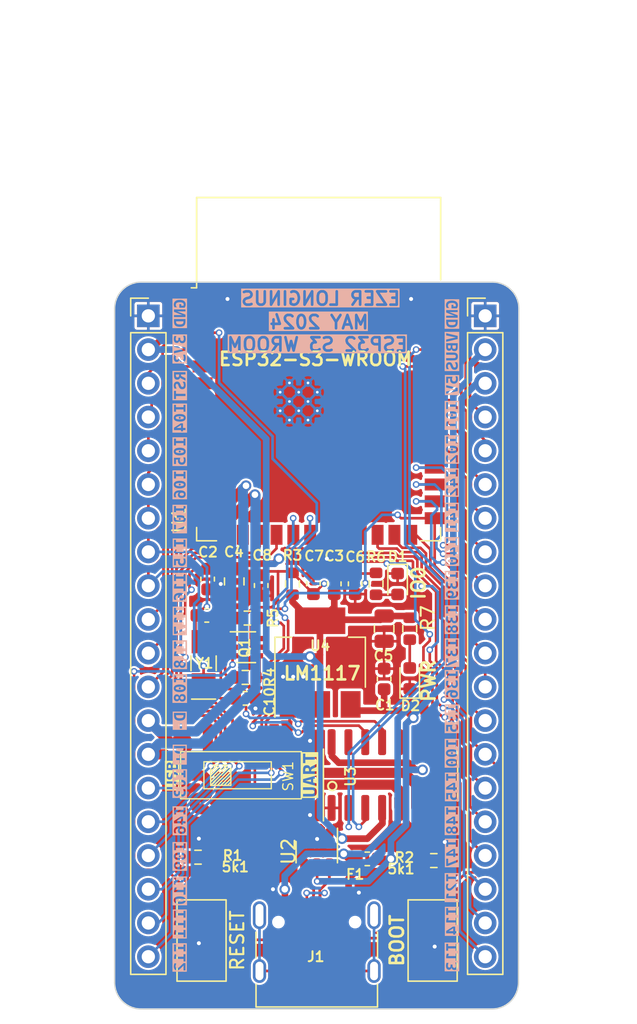
<source format=kicad_pcb>
(kicad_pcb (version 20221018) (generator pcbnew)
  (layers (0 "F.Cu" signal) (31 "B.Cu" signal) (34 "B.Paste" user) (35 "F.Paste" user) (36 "B.SilkS" user "B.Silkscreen") (37 "F.SilkS" user "F.Silkscreen") (38 "B.Mask" user) (39 "F.Mask" user) (44 "Edge.Cuts" user))
  (net 0 "")
  (net 1 "GND")
  (net 2 "+5V")
  (net 3 "+3V3")
  (net 4 "GPIO00")
  (net 5 "RST")
  (net 6 "VBUS")
  (net 7 "Net-(J1-CC1)")
  (net 8 "D+")
  (net 9 "D-")
  (net 11 "Net-(J1-CC2)")
  (net 13 "unconnected-(J1-SHIELD-PadS1)")
  (net 14 "GPIO04")
  (net 15 "GPIO05")
  (net 16 "GPIO06")
  (net 17 "GPIO07")
  (net 18 "GPIO15")
  (net 19 "GPIO16")
  (net 20 "GPIO17")
  (net 21 "GPIO18")
  (net 22 "GPIO08")
  (net 23 "USB_D-")
  (net 24 "USB_D+")
  (net 25 "GPIO03")
  (net 26 "GPIO46")
  (net 27 "GPIO09")
  (net 28 "GPIO10")
  (net 29 "GPIO11")
  (net 30 "GPIO12")
  (net 31 "GPIO01")
  (net 32 "GPIO02")
  (net 33 "GPIO42")
  (net 34 "GPIO41")
  (net 35 "GPIO40")
  (net 36 "GPIO39")
  (net 37 "GPIO38")
  (net 38 "GPIO37")
  (net 39 "GPIO36")
  (net 40 "GPIO35")
  (net 41 "GPIO45")
  (net 42 "GPIO48")
  (net 43 "GPIO47")
  (net 44 "GPIO21")
  (net 45 "GPIO14")
  (net 46 "GPIO13")
  (net 47 "DTR")
  (net 48 "Net-(Q1A-G)")
  (net 49 "RTS")
  (net 50 "Net-(Q1B-G)")
  (net 51 "USB_DN")
  (net 52 "UD-")
  (net 53 "USB_DP")
  (net 54 "UD+")
  (net 55 "RX")
  (net 56 "TX")
  (net 64 "Net-(D1-A)")
  (net 65 "Net-(D2-A)")
  (footprint "Capacitor_SMD:C_0603_1608Metric" (layer "F.Cu") (at 158.75 78.1434 -90)
    (fp_text reference "C1")
    (fp_text value "1uF" hide)
  )
  (footprint "Capacitor_SMD:C_0603_1608Metric" (layer "F.Cu") (at 153.416 70.9806 -90)
    (fp_text reference "C7")
    (fp_text value "100nF" hide)
  )
  (footprint "Fuse:Fuse_0603_1608Metric" (layer "F.Cu") (at 157.48 91.694)
    (fp_text reference "F1")
    (fp_text value "Fuse" hide)
  )
  (footprint "Capacitor_SMD:C_0805_2012Metric" (layer "F.Cu") (at 158.75 74.356 90)
    (fp_text reference "C5")
    (fp_text value "10uF" hide)
  )
  (footprint "Resistor_SMD:R_0603_1608Metric" (layer "F.Cu") (at 148.4376 73.5584 180)
    (fp_text reference "R5")
    (fp_text value "10k" hide)
  )
  (footprint "Connector_PinHeader_2.54mm:PinHeader_1x20_P2.54mm_Vertical" (layer "F.Cu") (at 166.37 50.8)
    (fp_text reference "J3" hide)
    (fp_text value "Conn_01x20_Pin" hide)
  )
  (footprint "ELonginus:SMD DPDT Toggle SS-3235S-L1" (layer "F.Cu") (at 147.955 85.3948)
    (fp_text reference "SW1")
    (fp_text value "SW_DPDT_x2" hide)
  )
  (footprint "Capacitor_SMD:C_0603_1608Metric" (layer "F.Cu") (at 156.5656 70.9806 90)
    (fp_text reference "C6")
    (fp_text value "100nF" hide)
  )
  (footprint "Connector_USB:USB_C_Receptacle_G-Switch_GT-USB-7010ASV" (layer "F.Cu") (at 153.67 99.06)
    (fp_text reference "J1")
    (fp_text value "USB_C_Receptacle_USB2.0" hide)
  )
  (footprint "Resistor_SMD:R_0603_1608Metric" (layer "F.Cu") (at 160.6804 74.359 -90)
    (fp_text reference "R7")
    (fp_text value "1k")
  )
  (footprint "Button_Switch_SMD:SW_SPST_CK_RS282G05A3" (layer "F.Cu") (at 144.9832 97.8408 90)
    (fp_text reference "SW2" hide)
    (fp_text value "RESET")
  )
  (footprint "Resistor_SMD:R_0603_1608Metric" (layer "F.Cu") (at 144.717 91.567 180)
    (fp_text reference "R1")
    (fp_text value "5k1")
  )
  (footprint "Package_TO_SOT_SMD:SOT-223-3_TabPin2" (layer "F.Cu") (at 153.924 76.9108 90)
    (fp_text reference "U4")
    (fp_text value "LM1117")
  )
  (footprint "Capacitor_SMD:C_0603_1608Metric" (layer "F.Cu") (at 149.479 71.107 90)
    (fp_text reference "C8")
    (fp_text value "1uF" hide)
  )
  (footprint "Capacitor_SMD:C_0603_1608Metric" (layer "F.Cu") (at 145.4404 70.625 90)
    (fp_text reference "C2")
    (fp_text value "1uF" hide)
  )
  (footprint "Resistor_SMD:R_0603_1608Metric" (layer "F.Cu") (at 162.496 91.821 180)
    (fp_text reference "R2")
    (fp_text value "5k1")
  )
  (footprint "Resistor_SMD:R_0603_1608Metric" (layer "F.Cu") (at 151.8412 70.9798 -90)
    (fp_text reference "R3")
    (fp_text value "10k" hide)
  )
  (footprint "Package_TO_SOT_SMD:SOT-363_SC-70-6" (layer "F.Cu") (at 148.3512 75.7532)
    (fp_text reference "Q1")
    (fp_text value "2N7002DW")
  )
  (footprint "Resistor_SMD:R_0603_1608Metric" (layer "F.Cu") (at 148.2852 78.0288)
    (fp_text reference "R4")
    (fp_text value "10k" hide)
  )
  (footprint "Package_SO:SOIC-16_3.9x9.9mm_P1.27mm" (layer "F.Cu") (at 159.2326 85.3806 90)
    (fp_text reference "U3")
    (fp_text value "CH340G")
  )
  (footprint "Capacitor_SMD:C_0603_1608Metric" (layer "F.Cu") (at 148.2722 79.6036)
    (fp_text reference "C10")
    (fp_text value "12pF")
  )
  (footprint "Capacitor_SMD:C_0603_1608Metric" (layer "F.Cu") (at 145.3766 73.3552 180)
    (fp_text reference "C9" hide)
    (fp_text value "12pF")
  )
  (footprint "Resistor_SMD:R_0603_1608Metric" (layer "F.Cu") (at 158.1404 70.9798 -90)
    (fp_text reference "R6")
    (fp_text value "1k")
  )
  (footprint "Crystal:Crystal_SMD_EuroQuartz_EQ161-2Pin_3.2x1.5mm_HandSoldering" (layer "F.Cu") (at 145.1356 76.9626 90)
    (fp_text reference "Y1")
    (fp_text value "32.768kHz")
  )
  (footprint "Capacitor_SMD:C_0603_1608Metric" (layer "F.Cu") (at 154.9908 70.9806 -90)
    (fp_text reference "C3")
    (fp_text value "100nF" hide)
  )
  (footprint "LED_SMD:LED_0603_1608Metric" (layer "F.Cu") (at 160.6804 78.1049 90)
    (fp_text reference "D2")
    (fp_text value "PWR")
  )
  (footprint "Button_Switch_SMD:SW_SPST_CK_RS282G05A3" (layer "F.Cu") (at 162.4076 97.8408 -90)
    (fp_text reference "SW3" hide)
    (fp_text value "BOOT")
  )
  (footprint "Connector_PinHeader_2.54mm:PinHeader_1x20_P2.54mm_Vertical" (layer "F.Cu") (at 140.97 50.8)
    (fp_text reference "J2" hide)
    (fp_text value "Conn_01x20_Pin" hide)
  )
  (footprint "Capacitor_SMD:C_0805_2012Metric" (layer "F.Cu") (at 147.447 70.8 90)
    (fp_text reference "C4")
    (fp_text value "10uF" hide)
  )
  (footprint "LED_SMD:LED_0603_1608Metric" (layer "F.Cu") (at 159.766 70.9931 -90)
    (fp_text reference "D1")
    (fp_text value "IO0")
  )
  (footprint "Package_TO_SOT_SMD:SOT-23-6" (layer "F.Cu") (at 153.67 91.186 -90)
    (fp_text reference "U2")
    (fp_text value "USBLC6-2SC6")
  )
  (footprint "RF_Module:ESP32-S3-WROOM-1" (layer "F.Cu") (at 153.81 54.79)
    (fp_text reference "U1")
    (fp_text value "ESP32-S3-WROOM")
  )
  (gr_circle (center 154.8384 86.2076) (end 155.1432 86.3092) (stroke (width 0.15)) (fill none) (layer "F.SilkS"))
  (gr_arc (start 168.878 100.997) (mid 168.292214 102.411214) (end 166.878 102.997) (stroke (width 0.1)) (layer "Edge.Cuts"))
  (gr_arc (start 166.91 48.26) (mid 168.324214 48.845786) (end 168.91 50.26) (stroke (width 0.1)) (layer "Edge.Cuts"))
  (gr_arc (start 138.43 50.26) (mid 139.015786 48.845786) (end 140.43 48.26) (stroke (width 0.1)) (layer "Edge.Cuts"))
  (gr_arc (start 140.43 102.997) (mid 139.015786 102.411214) (end 138.43 100.997) (stroke (width 0.1)) (layer "Edge.Cuts"))
  (gr_line (start 168.878 100.997) (end 168.91 50.26) (stroke (width 0.1)) (layer "Edge.Cuts"))
  (gr_line (start 138.43 50.26) (end 138.43 100.997) (stroke (width 0.1)) (layer "Edge.Cuts"))
  (gr_line (start 140.43 102.997) (end 166.878 102.997) (stroke (width 0.1)) (layer "Edge.Cuts"))
  (gr_line (start 166.91 48.26) (end 140.43 48.26) (stroke (width 0.1)) (layer "Edge.Cuts"))
  (gr_text "I21" (at 164.4396 92.7608 90) (layer "B.SilkS" knockout) (effects (font (size 0.85 0.85) (thickness 0.2) bold) (justify left bottom mirror)))
  (gr_text "MAY 2024" (at 157.6832 51.8668) (layer "B.SilkS" knockout) (effects (font (size 1 1) (thickness 0.2) bold) (justify left bottom mirror)))
  (gr_text "I09" (at 143.9164 90.424 90) (layer "B.SilkS" knockout) (effects (font (size 0.85 0.85) (thickness 0.2) bold) (justify left bottom mirror)))
  (gr_text "I14" (at 164.4396 95.3008 90) (layer "B.SilkS" knockout) (effects (font (size 0.85 0.85) (thickness 0.2) bold) (justify left bottom mirror)))
  (gr_text "RST" (at 143.9164 54.9656 90) (layer "B.SilkS" knockout) (effects (font (size 0.85 0.85) (thickness 0.2) bold) (justify left bottom mirror)))
  (gr_text "I03" (at 143.9164 84.9376 90) (layer "B.SilkS" knockout) (effects (font (size 0.85 0.85) (thickness 0.2) bold) (justify left bottom mirror)))
  (gr_text "3V3" (at 143.9164 52.2224 90) (layer "B.SilkS" knockout) (effects (font (size 0.85 0.85) (thickness 0.2) bold) (justify left bottom mirror)))
  (gr_text "GND" (at 164.4396 49.5808 90) (layer "B.SilkS" knockout) (effects (font (size 0.85 0.85) (thickness 0.2) bold) (justify left bottom mirror)))
  (gr_text "I12" (at 143.9164 98.044 90) (layer "B.SilkS" knockout) (effects (font (size 0.85 0.85) (thickness 0.2) bold) (justify left bottom mirror)))
  (gr_text "I40" (at 164.4396 67.4624 90) (layer "B.SilkS" knockout) (effects (font (size 0.85 0.85) (thickness 0.2) bold) (justify left bottom mirror)))
  (gr_text "I13" (at 164.4396 97.9932 90) (layer "B.SilkS" knockout) (effects (font (size 0.85 0.85) (thickness 0.2) bold) (justify left bottom mirror)))
  (gr_text "I47" (at 164.4396 90.17 90) (layer "B.SilkS" knockout) (effects (font (size 0.85 0.85) (thickness 0.2) bold) (justify left bottom mirror)))
  (gr_text "D+" (at 143.9164 83.1088 90) (layer "B.SilkS" knockout) (effects (font (size 0.85 0.85) (thickness 0.2) bold) (justify left bottom mirror)))
  (gr_text "I02" (at 164.4396 59.7916 90) (layer "B.SilkS" knockout) (effects (font (size 0.85 0.85) (thickness 0.2) bold) (justify left bottom mirror)))
  (gr_text "I46" (at 143.9164 87.7316 90) (layer "B.SilkS" knockout) (effects (font (size 0.85 0.85) (thickness 0.2) bold) (justify left bottom mirror)))
  (gr_text "I35" (at 164.4396 80.0608 90) (layer "B.SilkS" knockout) (effects (font (size 0.85 0.85) (thickness 0.2) bold) (justify left bottom mirror)))
  (gr_text "I10" (at 143.9164 93.0148 90) (layer "B.SilkS" knockout) (effects (font (size 0.85 0.85) (thickness 0.2) bold) (justify left bottom mirror)))
  (gr_text "I00" (at 164.4396 82.6516 90) (layer "B.SilkS" knockout) (effects (font (size 0.85 0.85) (thickness 0.2) bold) (justify left bottom mirror)))
  (gr_text "I15" (at 143.9164 67.564 90) (layer "B.SilkS" knockout) (effects (font (size 0.85 0.85) (thickness 0.2) bold) (justify left bottom mirror)))
  (gr_text "I41" (at 164.4396 64.8716 90) (layer "B.SilkS" knockout) (effects (font (size 0.85 0.85) (thickness 0.2) bold) (justify left bottom mirror)))
  (gr_text "I16" (at 143.9164 70.1548 90) (layer "B.SilkS" knockout) (effects (font (size 0.85 0.85) (thickness 0.2) bold) (justify left bottom mirror)))
  (gr_text "I01" (at 164.4396 57.2008 90) (layer "B.SilkS" knockout) (effects (font (size 0.85 0.85) (thickness 0.2) bold) (justify left bottom mirror)))
  (gr_text "I18" (at 143.9164 75.2348 90) (layer "B.SilkS" knockout) (effects (font (size 0.85 0.85) (thickness 0.2) bold) (justify left bottom mirror)))
  (gr_text "I07" (at 143.9164 65.024 90) (layer "B.SilkS" knockout) (effects (font (size 0.85 0.85) (thickness 0.2) bold) (justify left bottom mirror)))
  (gr_text "I37" (at 164.4396 75.0824 90) (layer "B.SilkS" knockout) (effects (font (size 0.85 0.85) (thickness 0.2) bold) (justify left bottom mirror)))
  (gr_text "I08" (at 143.9164 77.7748 90) (layer "B.SilkS" knockout) (effects (font (size 0.85 0.85) (thickness 0.2) bold) (justify left bottom mirror)))
  (gr_text "I11" (at 143.9164 95.504 90) (layer "B.SilkS" knockout) (effects (font (size 0.85 0.85) (thickness 0.2) bold) (justify left bottom mirror)))
  (gr_text "ESP32 S3 WROOM" (at 160.6296 53.5432) (layer "B.SilkS" knockout) (effects (font (size 1 1) (thickness 0.2) bold) (justify left bottom mirror)))
  (gr_text "I45" (at 164.4396 85.1916 90) (layer "B.SilkS" knockout) (effects (font (size 0.85 0.85) (thickness 0.2) bold) (justify left bottom mirror)))
  (gr_text "I48" (at 164.4396 87.7316 90) (layer "B.SilkS" knockout) (effects (font (size 0.85 0.85) (thickness 0.2) bold) (justify left bottom mirror)))
  (gr_text "I17" (at 143.9164 72.6948 90) (layer "B.SilkS" knockout) (effects (font (size 0.85 0.85) (thickness 0.2) bold) (justify left bottom mirror)))
  (gr_text "5V" (at 164.4396 55.2704 90) (layer "B.SilkS" knockout) (effects (font (size 0.85 0.85) (thickness 0.2) bold) (justify left bottom mirror)))
  (gr_text "I05" (at 143.9164 59.944 90) (layer "B.SilkS" knockout) (effects (font (size 0.85 0.85) (thickness 0.2) bold) (justify left bottom mirror)))
  (gr_text "GND" (at 143.9164 49.53 90) (layer "B.SilkS" knockout) (effects (font (size 0.85 0.85) (thickness 0.2) bold) (justify left bottom mirror)))
  (gr_text "I36" (at 164.4396 77.47 90) (layer "B.SilkS" knockout) (effects (font (size 0.85 0.85) (thickness 0.2) bold) (justify left bottom mirror)))
  (gr_text "I39" (at 164.4396 70.0024 90) (layer "B.SilkS" knockout) (effects (font (size 0.85 0.85) (thickness 0.2) bold) (justify left bottom mirror)))
  (gr_text "I04" (at 143.9164 57.404 90) (layer "B.SilkS" knockout) (effects (font (size 0.85 0.85) (thickness 0.2) bold) (justify left bottom mirror)))
  (gr_text "D-" (at 143.9164 80.6196 90) (layer "B.SilkS" knockout) (effects (font (size 0.85 0.85) (thickness 0.2) bold) (justify left bottom mirror)))
  (gr_text "EZER LONGINUS" (at 160.0708 50.0888) (layer "B.SilkS" knockout) (effects (font (size 1 1) (thickness 0.2) bold) (justify left bottom mirror)))
  (gr_text "I38" (at 164.4396 72.5932 90) (layer "B.SilkS" knockout) (effects (font (size 0.85 0.85) (thickness 0.2) bold) (justify left bottom mirror)))
  (gr_text "VBUS" (at 164.4396 52.07 90) (layer "B.SilkS" knockout) (effects (font (size 0.85 0.85) (thickness 0.2) bold) (justify left bottom mirror)))
  (gr_text "I06" (at 143.9164 62.4332 90) (layer "B.SilkS" knockout) (effects (font (size 0.85 0.85) (thickness 0.2) bold) (justify left bottom mirror)))
  (gr_text "I42" (at 164.4396 62.2808 90) (layer "B.SilkS" knockout) (effects (font (size 0.85 0.85) (thickness 0.2) bold) (justify left bottom mirror)))
  (gr_text "UART\n" (at 153.8224 87.0712 90) (layer "F.SilkS" knockout) (effects (font (size 1 1) (thickness 0.2) bold) (justify left bottom)))
  (gr_text "USB" (at 142.8496 86.5124 90) (layer "F.SilkS" knockout) (effects (font (size 0.85 0.85) (thickness 0.2) bold) (justify left)))
  (segment (start 150.47 95.335) (end 150.47 94.132) (width 0.2) (layer "F.Cu") (net 1))
  (segment (start 156.87 94.259) (end 156.845 94.234) (width 0.2) (layer "F.Cu") (net 1))
  (segment (start 149.0472 79.6036) (end 149.0472 80.3656) (width 0.2) (layer "F.Cu") (net 1))
  (segment (start 156.87 95.335) (end 156.87 94.259) (width 0.2) (layer "F.Cu") (net 1))
  (segment (start 153.6954 90.9214) (end 153.6954 90.1954) (width 0.2) (layer "F.Cu") (net 1))
  (via (at 156.845 94.234) (size 0.5) (drill 0.3) (layers "F.Cu" "B.Cu") (net 1))
  (via (at 144.78 98.044) (size 0.5) (drill 0.3) (layers "F.Cu" "B.Cu") (net 1))
  (via (at 146.939 49.53) (size 0.5) (drill 0.3) (layers "F.Cu" "B.Cu") (net 1))
  (via (at 144.78 90.17) (size 0.5) (drill 0.3) (layers "F.Cu" "B.Cu") (net 1))
  (via (at 162.56 98.298) (size 0.5) (drill 0.3) (layers "F.Cu" "B.Cu") (net 1))
  (via (at 153.6954 90.1954) (size 0.5) (drill 0.3) (layers "F.Cu" "B.Cu") (net 1))
  (via (at 153.162 82.804) (size 0.5) (drill 0.3) (layers "F.Cu" "B.Cu") (net 1))
  (via (at 151.13 77.978) (size 0.5) (drill 0.3) (layers "F.Cu" "B.Cu") (net 1))
  (via (at 163.322 90.424) (size 0.5) (drill 0.3) (layers "F.Cu" "B.Cu") (net 1))
  (via (at 146.431 70.993) (size 0.5) (drill 0.3) (layers "F.Cu" "B.Cu") (net 1))
  (via (at 151.892 77.978) (size 0.5) (drill 0.3) (layers "F.Cu" "B.Cu") (net 1))
  (via (at 149.0472 80.3656) (size 0.5) (drill 0.3) (layers "F.Cu" "B.Cu") (net 1))
  (via (at 154.432 69.088) (size 0.5) (drill 0.3) (layers "F.Cu" "B.Cu") (net 1))
  (via (at 153.162 88.392) (size 0.5) (drill 0.3) (layers "F.Cu" "B.Cu") (net 1))
  (via (at 152.654 77.978) (size 0.5) (drill 0.3) (layers "F.Cu" "B.Cu") (net 1))
  (via (at 150.368 93.98) (size 0.5) (drill 0.3) (layers "F.Cu" "B.Cu") (net 1))
  (via (at 160.782 49.53) (size 0.5) (drill 0.3) (layers "F.Cu" "B.Cu") (net 1))
  (segment (start 149.4536 80.3656) (end 149.5044 80.3148) (width 0.2) (layer "B.Cu") (net 1))
  (segment (start 149.0472 80.3656) (end 149.4536 80.3656) (width 0.2) (layer "B.Cu") (net 1))
  (segment (start 156.756 80.531) (end 158.6992 80.531) (width 0.5) (layer "F.Cu") (net 2))
  (segment (start 158.6992 80.531) (end 160.414 80.531) (width 0.5) (layer "F.Cu") (net 2))
  (segment (start 155.3205 84.4545) (end 160.585596 84.4545) (width 0.5) (layer "F.Cu") (net 2))
  (segment (start 153.6954 93.3781) (end 153.6995 93.3822) (width 0.2) (layer "F.Cu") (net 2))
  (segment (start 154.813 83.947) (end 155.3205 84.4545) (width 0.5) (layer "F.Cu") (net 2))
  (segment (start 160.585596 84.4545) (end 161.119496 84.9884) (width 0.5) (layer "F.Cu") (net 2))
  (segment (start 154.813 82.169) (end 154.813 83.947) (width 0.5) (layer "F.Cu") (net 2))
  (segment (start 158.2675 91.694) (end 159.258 91.694) (width 0.5) (layer "F.Cu") (net 2))
  (segment (start 153.6954 92.7714) (end 153.6954 93.3781) (width 0.2) (layer "F.Cu") (net 2))
  (segment (start 158.75 78.9184) (end 158.75 80.4802) (width 0.5) (layer "F.Cu") (net 2))
  (segment (start 158.75 80.4802) (end 158.6992 80.531) (width 0.5) (layer "F.Cu") (net 2))
  (segment (start 161.119496 84.9884) (end 161.6456 84.9884) (width 0.5) (layer "F.Cu") (net 2))
  (segment (start 156.515 80.417) (end 156.21 80.112) (width 0.5) (layer "F.Cu") (net 2))
  (segment (start 156.21 80.112) (end 156.21 79.985) (width 0.5) (layer "F.Cu") (net 2))
  (segment (start 156.21 79.985) (end 156.756 80.531) (width 0.5) (layer "F.Cu") (net 2))
  (segment (start 160.414 80.531) (end 160.951213 81.068213) (width 0.5) (layer "F.Cu") (net 2))
  (via (at 161.6456 84.9884) (size 0.8) (drill 0.5) (layers "F.Cu" "B.Cu") (net 2))
  (via (at 160.951213 81.068213) (size 0.8) (drill 0.5) (layers "F.Cu" "B.Cu") (net 2))
  (via (at 153.6995 93.3822) (size 0.5) (drill 0.3) (layers "F.Cu" "B.Cu") (net 2))
  (via (at 159.258 91.694) (size 0.8) (drill 0.5) (layers "F.Cu" "B.Cu") (net 2))
  (segment (start 164.592 57.023) (end 165.735 55.88) (width 0.5) (layer "B.Cu") (net 2))
  (segment (start 160.951213 80.856787) (end 164.592 77.216) (width 0.5) (layer "B.Cu") (net 2))
  (segment (start 160.401 81.534) (end 160.401 84.201) (width 0.5) (layer "B.Cu") (net 2))
  (segment (start 160.401 89.154) (end 160.401 84.9884) (width 0.5) (layer "B.Cu") (net 2))
  (segment (start 160.866787 81.068213) (end 160.401 81.534) (width 0.5) (layer "B.Cu") (net 2))
  (segment (start 160.951213 81.068213) (end 160.951213 80.856787) (width 0.5) (layer "B.Cu") (net 2))
  (segment (start 160.951213 81.068213) (end 160.866787 81.068213) (width 0.5) (layer "B.Cu") (net 2))
  (segment (start 159.258 90.297) (end 160.401 89.154) (width 0.5) (layer "B.Cu") (net 2))
  (segment (start 165.735 55.88) (end 166.37 55.88) (width 0.5) (layer "B.Cu") (net 2))
  (segment (start 161.6456 84.9884) (end 160.401 84.9884) (width 0.5) (layer "B.Cu") (net 2))
  (segment (start 159.258 91.694) (end 159.258 90.297) (width 0.5) (layer "B.Cu") (net 2))
  (segment (start 159.258 91.694) (end 157.5698 93.3822) (width 0.5) (layer "B.Cu") (net 2))
  (segment (start 164.592 77.216) (end 164.592 57.023) (width 0.5) (layer "B.Cu") (net 2))
  (segment (start 157.5698 93.3822) (end 153.6995 93.3822) (width 0.5) (layer "B.Cu") (net 2))
  (segment (start 160.401 84.9884) (end 160.401 84.201) (width 0.5) (layer "B.Cu") (net 2))
  (segment (start 154.9908 71.7556) (end 154.9908 72.7202) (width 0.5) (layer "F.Cu") (net 3))
  (segment (start 153.822 73.685) (end 153.91 73.685) (width 0.5) (layer "F.Cu") (net 3))
  (segment (start 150.8115 69.088) (end 150.4425 69.457) (width 0.5) (layer "F.Cu") (net 3))
  (segment (start 153.91 73.685) (end 153.91 76.327) (width 0.5) (layer "F.Cu") (net 3))
  (segment (start 158.623 89.027) (end 157.988 89.662) (width 0.5) (layer "F.Cu") (net 3))
  (segment (start 145.06 50.8) (end 143.7005 50.8) (width 0.5) (layer "F.Cu") (net 3))
  (segment (start 145.4404 69.85) (end 147.447 69.85) (width 0.5) (layer "F.Cu") (net 3))
  (segment (start 153.91 76.327) (end 153.783 76.454) (width 0.5) (layer "F.Cu") (net 3))
  (segment (start 158.471 73.685) (end 158.75 73.406) (width 0.5) (layer "F.Cu") (net 3))
  (segment (start 153.91 73.685) (end 158.471 73.685) (width 0.5) (layer "F.Cu") (net 3))
  (segment (start 151.8412 71.8048) (end 151.8412 72.3392) (width 0.5) (layer "F.Cu") (net 3))
  (segment (start 157.48 90.17) (end 155.575 90.17) (width 0.5) (layer "F.Cu") (net 3))
  (segment (start 141.1605 53.34) (end 140.97 53.34) (width 0.5) (layer "F.Cu") (net 3))
  (segment (start 158.623 87.819) (end 158.623 89.027) (width 0.5) (layer "F.Cu") (net 3))
  (segment (start 158.75 73.406) (end 160.5524 73.406) (width 0.5) (layer "F.Cu") (net 3))
  (segment (start 148.094 69.457) (end 147.574 69.977) (width 0.5) (layer "F.Cu") (net 3))
  (segment (start 151.8412 72.3392) (end 153.289 73.787) (width 0.5) (layer "F.Cu") (net 3))
  (segment (start 150.4425 69.457) (end 148.094 69.457) (width 0.5) (layer "F.Cu") (net 3))
  (segment (start 153.289 73.787) (end 153.924 73.787) (width 0.5) (layer "F.Cu") (net 3))
  (segment (start 143.7005 50.8) (end 141.1605 53.34) (width 0.5) (layer "F.Cu") (net 3))
  (segment (start 147.46 70.091) (end 147.574 69.977) (width 0.5) (layer "F.Cu") (net 3))
  (segment (start 157.988 89.662) (end 157.48 90.17) (width 0.5) (layer "F.Cu") (net 3))
  (segment (start 153.91 76.327) (end 153.91 79.985) (width 0.5) (layer "F.Cu") (net 3))
  (segment (start 154.9908 72.7202) (end 153.924 73.787) (width 0.5) (layer "F.Cu") (net 3))
  (segment (start 160.5524 73.406) (end 160.6804 73.534) (width 0.5) (layer "F.Cu") (net 3))
  (segment (start 153.783 76.454) (end 153.162 76.454) (width 0.5) (layer "F.Cu") (net 3))
  (via (at 150.8115 69.088) (size 0.8) (drill 0.5) (layers "F.Cu" "B.Cu") (net 3))
  (via (at 155.575 90.17) (size 0.8) (drill 0.5) (layers "F.Cu" "B.Cu") (net 3))
  (via (at 153.162 76.454) (size 0.8) (drill 0.5) (layers "F.Cu" "B.Cu") (net 3))
  (segment (start 153.924 77.216) (end 153.162 76.454) (width 0.5) (layer "B.Cu") (net 3))
  (segment (start 149.86 76.073) (end 149.86 69.469) (width 0.5) (layer "B.Cu") (net 3))
  (segment (start 153.924 88.519) (end 153.924 77.216) (width 0.5) (layer "B.Cu") (net 3))
  (segment (start 153.162 76.454) (end 150.241 76.454) (width 0.5) (layer "B.Cu") (net 3))
  (segment (start 143.129 53.34) (end 140.97 53.34) (width 0.5) (layer "B.Cu") (net 3))
  (segment (start 150.241 76.454) (end 149.86 76.073) (width 0.5) (layer "B.Cu") (net 3))
  (segment (start 150.495 69.469) (end 149.86 69.469) (width 0.5) (layer "B.Cu") (net 3))
  (segment (start 155.575 90.17) (end 153.924 88.519) (width 0.5) (layer "B.Cu") (net 3))
  (segment (start 150.8115 69.1525) (end 150.495 69.469) (width 0.5) (layer "B.Cu") (net 3))
  (segment (start 149.86 69.469) (end 149.86 60.071) (width 0.5) (layer "B.Cu") (net 3))
  (segment (start 149.86 60.071) (end 143.129 53.34) (width 0.5) (layer "B.Cu") (net 3))
  (segment (start 150.8115 69.088) (end 150.8115 69.1525) (width 0.5) (layer "B.Cu") (net 3))
  (segment (start 162.56 66.04) (end 160.02 66.04) (width 0.2) (layer "F.Cu") (net 4))
  (segment (start 158.0896 70.2056) (end 158.1404 70.1548) (width 0.2) (layer "F.Cu") (net 4))
  (segment (start 163.985 73.124792) (end 164.312 73.451792) (width 0.2) (layer "F.Cu") (net 4))
  (segment (start 167.005 92.71) (end 164.9476 92.71) (width 0.2) (layer "F.Cu") (net 4))
  (segment (start 163.985 71.04724) (end 163.985 73.124792) (width 0.2) (layer "F.Cu") (net 4))
  (segment (start 164.9476 92.71) (end 163.7168 93.9408) (width 0.2) (layer "F.Cu") (net 4))
  (segment (start 157.3276 70.9168) (end 157.3276 70.2056) (width 0.2) (layer "F.Cu") (net 4))
  (segment (start 162.4076 93.9408) (end 163.7168 93.9408) (width 0.2) (layer "F.Cu") (net 4))
  (segment (start 164.312 73.451792) (end 164.312 76.590005) (width 0.2) (layer "F.Cu") (net 4))
  (segment (start 165.293 80.665448) (end 165.293 82.743) (width 0.2) (layer "F.Cu") (net 4))
  (segment (start 164.9 77.178005) (end 164.9 80.272448) (width 0.2) (layer "F.Cu") (net 4))
  (segment (start 149.987 73.533) (end 149.987 74.7268) (width 0.2) (layer "F.Cu") (net 4))
  (segment (start 167.005 92.71) (end 167.64 92.075) (width 0.2) (layer "F.Cu") (net 4))
  (segment (start 167.64 92.075) (end 167.64 85.09) (width 0.2) (layer "F.Cu") (net 4))
  (segment (start 151.271938 72.859562) (end 150.660438 72.859562) (width 0.2) (layer "F.Cu") (net 4))
  (segment (start 157.3276 70.2056) (end 158.0896 70.2056) (width 0.2) (layer "F.Cu") (net 4))
  (segment (start 150.660438 72.859562) (end 149.987 73.533) (width 0.2) (layer "F.Cu") (net 4))
  (segment (start 160.02 66.04) (end 159.766 65.786) (width 0.2) (layer "F.Cu") (net 4))
  (segment (start 164.9 80.272448) (end 165.293 80.665448) (width 0.2) (layer "F.Cu") (net 4))
  (segment (start 167.64 85.09) (end 166.37 83.82) (width 0.2) (layer "F.Cu") (net 4))
  (segment (start 162.56 69.62224) (end 163.985 71.04724) (width 0.2) (layer "F.Cu") (net 4))
  (segment (start 149.352 75.1436) (end 149.5702 75.1436) (width 0.2) (layer "F.Cu") (net 4))
  (segment (start 162.56 66.04) (end 162.56 69.62224) (width 0.2) (layer "F.Cu") (net 4))
  (segment (start 149.5702 75.1436) (end 149.987 74.7268) (width 0.2) (layer "F.Cu") (net 4))
  (segment (start 165.293 82.743) (end 166.37 83.82) (width 0.2) (layer "F.Cu") (net 4))
  (segment (start 156.5656 70.2056) (end 157.3276 70.2056) (width 0.2) (layer "F.Cu") (net 4))
  (segment (start 164.312 76.590005) (end 164.9 77.178005) (width 0.2) (layer "F.Cu") (net 4))
  (via (at 157.3276 70.9168) (size 0.5) (drill 0.3) (layers "F.Cu" "B.Cu") (net 4))
  (via (at 151.271938 72.859562) (size 0.5) (drill 0.3) (layers "F.Cu" "B.Cu") (net 4))
  (via (at 159.766 65.786) (size 0.5) (drill 0.3) (layers "F.Cu" "B.Cu") (net 4))
  (segment (start 151.271938 72.859562) (end 151.271938 72.384403) (width 0.2) (layer "B.Cu") (net 4))
  (segment (start 159.766 65.786) (end 158.5976 65.786) (width 0.2) (layer "B.Cu") (net 4))
  (segment (start 151.977541 71.6788) (end 156.8196 71.6788) (width 0.2) (layer "B.Cu") (net 4))
  (segment (start 157.3276 67.056) (end 157.3276 70.9168) (width 0.2) (layer "B.Cu") (net 4))
  (segment (start 158.5976 65.786) (end 157.9372 66.4464) (width 0.2) (layer "B.Cu") (net 4))
  (segment (start 151.271938 72.384403) (end 151.977541 71.6788) (width 0.2) (layer "B.Cu") (net 4))
  (segment (start 156.8196 71.6788) (end 157.3276 71.1708) (width 0.2) (layer "B.Cu") (net 4))
  (segment (start 157.3276 71.1708) (end 157.3276 70.9168) (width 0.2) (layer "B.Cu") (net 4))
  (segment (start 157.9372 66.4464) (end 157.3276 67.056) (width 0.2) (layer "B.Cu") (net 4))
  (segment (start 153.416 71.7296) (end 153.416 71.7556) (width 0.2) (layer "F.Cu") (net 5))
  (segment (start 142.367 92.517) (end 140.523891 92.517) (width 0.2) (layer "F.Cu") (net 5))
  (segment (start 149.606 70.358) (end 149.923 70.041) (width 0.2) (layer "F.Cu") (net 5))
  (segment (start 147.32 76.5756) (end 147.452 76.4436) (width 0.2) (layer "F.Cu") (net 5))
  (segment (start 139.893 91.886109) (end 139.893 77.5716) (width 0.2) (layer "F.Cu") (net 5))
  (segment (start 147.452 76.4436) (end 148.1432 76.4436) (width 0.2) (layer "F.Cu") (net 5))
  (segment (start 154.2288 70.9676) (end 154.204 70.9676) (width 0.2) (layer "F.Cu") (net 5))
  (segment (start 149.923 70.041) (end 150.749 70.041) (width 0.2) (layer "F.Cu") (net 5))
  (segment (start 154.2288 70.9676) (end 154.178 70.9676) (width 0.2) (layer "F.Cu") (net 5))
  (segment (start 143.7908 93.9408) (end 142.367 92.517) (width 0.2) (layer "F.Cu") (net 5))
  (segment (start 148.8948 72.7456) (end 150.2664 72.7456) (width 0.2) (layer "F.Cu") (net 5))
  (segment (start 150.749 70.041) (end 151.7274 70.041) (width 0.2) (layer "F.Cu") (net 5))
  (segment (start 145.06 52.07) (end 146.304 52.07) (width 0.2) (layer "F.Cu") (net 5))
  (segment (start 145.06 52.07) (end 143.10508 52.07) (width 0.2) (layer "F.Cu") (net 5))
  (segment (start 140.97 55.118) (end 140.97 55.88) (width 0.2) (layer "F.Cu") (net 5))
  (segment (start 148.3646 73.2758) (end 148.8948 72.7456) (width 0.2) (layer "F.Cu") (net 5))
  (segment (start 148.3646 76.2222) (end 148.3646 73.2758) (width 0.2) (layer "F.Cu") (net 5))
  (segment (start 150.749 72.263) (end 150.749 70.041) (width 0.2) (layer "F.Cu") (net 5))
  (segment (start 150.2664 72.7456) (end 150.749 72.263) (width 0.2) (layer "F.Cu") (net 5))
  (segment (start 151.7274 70.041) (end 151.8412 70.1548) (width 0.2) (layer "F.Cu") (net 5))
  (segment (start 154.204 70.9676) (end 153.416 71.7556) (width 0.2) (layer "F.Cu") (net 5))
  (segment (start 148.1432 76.4436) (end 148.3646 76.2222) (width 0.2) (layer "F.Cu") (net 5))
  (segment (start 144.9832 93.9408) (end 143.7908 93.9408) (width 0.2) (layer "F.Cu") (net 5))
  (segment (start 147.32 77.0636) (end 147.32 76.5756) (width 0.2) (layer "F.Cu") (net 5))
  (segment (start 151.8412 70.1548) (end 153.416 71.7296) (width 0.2) (layer "F.Cu") (net 5))
  (segment (start 143.10508 52.07) (end 142.047 53.12808) (width 0.2) (layer "F.Cu") (net 5))
  (segment (start 142.047 53.12808) (end 142.047 54.041) (width 0.2) (layer "F.Cu") (net 5))
  (segment (start 142.047 54.041) (end 140.97 55.118) (width 0.2) (layer "F.Cu") (net 5))
  (segment (start 140.523891 92.517) (end 139.893 91.886109) (width 0.2) (layer "F.Cu") (net 5))
  (via (at 146.304 52.07) (size 0.5) (drill 0.3) (layers "F.Cu" "B.Cu") (net 5))
  (via (at 154.2288 70.9676) (size 0.5) (drill 0.3) (layers "F.Cu" "B.Cu") (net 5))
  (via (at 147.32 77.0636) (size 0.5) (drill 0.3) (layers "F.Cu" "B.Cu") (net 5))
  (via (at 139.893 77.5716) (size 0.5) (drill 0.3) (layers "F.Cu" "B.Cu") (net 5))
  (segment (start 152.464 70.041) (end 152.4894 70.041) (width 0.2) (layer "B.Cu") (net 5))
  (segment (start 152.4894 70.041) (end 153.2636 70.8152) (width 0.2) (layer "B.Cu") (net 5))
  (segment (start 153.67 66.964896) (end 153.67 64.897) (width 0.2) (layer "B.Cu") (net 5))
  (segment (start 152.092 69.669) (end 152.092 68.542896) (width 0.2) (layer "B.Cu") (net 5))
  (segment (start 142.494 77.5716) (end 139.893 77.5716) (width 0.2) (layer "B.Cu") (net 5))
  (segment (start 152.464 70.041) (end 152.092 69.669) (width 0.2) (layer "B.Cu") (net 5))
  (segment (start 150.337 59.87342) (end 146.304 55.84042) (width 0.2) (layer "B.Cu") (net 5))
  (segment (start 153.67 64.897) (end 150.337 61.564) (width 0.2) (layer "B.Cu") (net 5))
  (segment (start 147.32 77.0636) (end 146.5072 77.8764) (width 0.2) (layer "B.Cu") (net 5))
  (segment (start 153.416 70.9676) (end 154.2288 70.9676) (width 0.2) (layer "B.Cu") (net 5))
  (segment (start 152.092 68.542896) (end 153.67 66.964896) (width 0.2) (layer "B.Cu") (net 5))
  (segment (start 153.2636 70.8152) (end 153.416 70.9676) (width 0.2) (layer "B.Cu") (net 5))
  (segment (start 146.304 55.84042) (end 146.304 52.07) (width 0.2) (layer "B.Cu") (net 5))
  (segment (start 142.7988 77.8764) (end 142.494 77.5716) (width 0.2) (layer "B.Cu") (net 5))
  (segment (start 150.337 61.564) (end 150.337 59.87342) (width 0.2) (layer "B.Cu") (net 5))
  (segment (start 146.5072 77.8764) (end 142.7988 77.8764) (width 0.2) (layer "B.Cu") (net 5))
  (segment (start 156.07 93.18) (end 156.07 95.335) (width 0.5) (layer "F.Cu") (net 6))
  (segment (start 151.27 95.335) (end 151.27 93.993) (width 0.5) (layer "F.Cu") (net 6))
  (segment (start 156.6925 92.5575) (end 156.07 93.18) (width 0.5) (layer "F.Cu") (net 6))
  (segment (start 151.27 93.993) (end 151.257 93.98) (width 0.5) (layer "F.Cu") (net 6))
  (segment (start 156.6925 91.694) (end 156.083 91.694) (width 0.5) (layer "F.Cu") (net 6))
  (segment (start 156.083 91.694) (end 155.702 91.313) (width 0.5) (layer "F.Cu") (net 6))
  (segment (start 156.6925 91.694) (end 156.6925 92.5575) (width 0.5) (layer "F.Cu") (net 6))
  (via (at 155.702 91.313) (size 0.8) (drill 0.5) (layers "F.Cu" "B.Cu") (net 6))
  (via (at 151.257 93.98) (size 0.8) (drill 0.5) (layers "F.Cu" "B.Cu") (net 6))
  (segment (start 151.257 92.964) (end 151.257 93.98) (width 0.5) (layer "B.Cu") (net 6))
  (segment (start 165.143 55.583) (end 165.143 54.567) (width 0.5) (layer "B.Cu") (net 6))
  (segment (start 163.965 76.956288) (end 163.965 56.761) (width 0.5) (layer "B.Cu") (net 6))
  (segment (start 159.774 81.147288) (end 163.965 76.956288) (width 0.5) (layer "B.Cu") (net 6))
  (segment (start 157.353 91.313) (end 159.774 88.892) (width 0.5) (layer "B.Cu") (net 6))
  (segment (start 165.143 54.567) (end 166.37 53.34) (width 0.5) (layer "B.Cu") (net 6))
  (segment (start 155.702 91.313) (end 152.908 91.313) (width 0.5) (layer "B.Cu") (net 6))
  (segment (start 155.702 91.313) (end 157.353 91.313) (width 0.5) (layer "B.Cu") (net 6))
  (segment (start 152.908 91.313) (end 151.257 92.964) (width 0.5) (layer "B.Cu") (net 6))
  (segment (start 163.965 56.761) (end 165.143 55.583) (width 0.5) (layer "B.Cu") (net 6))
  (segment (start 159.774 88.892) (end 159.774 81.147288) (width 0.5) (layer "B.Cu") (net 6))
  (segment (start 146.0246 91.567) (end 146.5072 92.0496) (width 0.2) (layer "F.Cu") (net 7))
  (segment (start 152.42 97.516) (end 152.42 95.335) (width 0.2) (layer "F.Cu") (net 7))
  (segment (start 148.844 97.79) (end 152.146 97.79) (width 0.2) (layer "F.Cu") (net 7))
  (segment (start 146.5072 92.0496) (end 146.5072 93.6752) (width 0.2) (layer "F.Cu") (net 7))
  (segment (start 152.146 97.79) (end 152.42 97.516) (width 0.2) (layer "F.Cu") (net 7))
  (segment (start 146.5072 93.6752) (end 148.209 95.377) (width 0.2) (layer "F.Cu") (net 7))
  (segment (start 148.209 95.377) (end 148.209 97.155) (width 0.2) (layer "F.Cu") (net 7))
  (segment (start 145.542 91.567) (end 146.0246 91.567) (width 0.2) (layer "F.Cu") (net 7))
  (segment (start 148.209 97.155) (end 148.844 97.79) (width 0.2) (layer "F.Cu") (net 7))
  (segment (start 153.445 94.042251) (end 152.72 93.317251) (width 0.2) (layer "F.Cu") (net 8))
  (segment (start 154.2796 96.4946) (end 153.5684 96.4946) (width 0.2) (layer "F.Cu") (net 8))
  (segment (start 153.42 96.3462) (end 153.42 95.335) (width 0.2) (layer "F.Cu") (net 8))
  (segment (start 154.42 96.3542) (end 154.2796 96.4946) (width 0.2) (layer "F.Cu") (net 8))
  (segment (start 154.42 95.335) (end 154.42 96.3542) (width 0.2) (layer "F.Cu") (net 8))
  (segment (start 153.42 95.335) (end 153.42 94.404999) (width 0.2) (layer "F.Cu") (net 8))
  (segment (start 152.72 93.317251) (end 152.72 92.3235) (width 0.2) (layer "F.Cu") (net 8))
  (segment (start 153.445 94.379999) (end 153.445 94.042251) (width 0.2) (layer "F.Cu") (net 8))
  (segment (start 153.42 94.404999) (end 153.445 94.379999) (width 0.2) (layer "F.Cu") (net 8))
  (segment (start 153.5684 96.4946) (end 153.42 96.3462) (width 0.2) (layer "F.Cu") (net 8))
  (segment (start 152.92 94.2714) (end 152.908 94.2594) (width 0.2) (layer "F.Cu") (net 9))
  (segment (start 152.92 95.335) (end 152.92 94.2714) (width 0.2) (layer "F.Cu") (net 9))
  (segment (start 153.895 94.042251) (end 154.62 93.317251) (width 0.2) (layer "F.Cu") (net 9))
  (segment (start 153.895 94.379999) (end 153.895 94.042251) (width 0.2) (layer "F.Cu") (net 9))
  (segment (start 153.895 94.84) (end 153.895 94.517475) (width 0.2) (layer "F.Cu") (net 9))
  (segment (start 153.92 95.335) (end 153.92 94.404999) (width 0.2) (layer "F.Cu") (net 9))
  (segment (start 153.9204 94.492075) (end 153.9204 94.234) (width 0.2) (layer "F.Cu") (net 9))
  (segment (start 153.9458 94.2594) (end 153.9204 94.234) (width 0.2) (layer "F.Cu") (net 9))
  (segment (start 153.895 94.517475) (end 153.9204 94.492075) (width 0.2) (layer "F.Cu") (net 9))
  (segment (start 153.92 94.865) (end 153.895 94.84) (width 0.2) (layer "F.Cu") (net 9))
  (segment (start 154.2542 94.2594) (end 153.9458 94.2594) (width 0.2) (layer "F.Cu") (net 9))
  (segment (start 153.92 95.335) (end 153.92 94.865) (width 0.2) (layer "F.Cu") (net 9))
  (segment (start 153.92 94.404999) (end 153.895 94.379999) (width 0.2) (layer "F.Cu") (net 9))
  (segment (start 154.62 93.317251) (end 154.62 92.3235) (width 0.2) (layer "F.Cu") (net 9))
  (via (at 154.2542 94.2594) (size 0.5) (drill 0.3) (layers "F.Cu" "B.Cu") (net 9))
  (via (at 152.908 94.2594) (size 0.5) (drill 0.3) (layers "F.Cu" "B.Cu") (net 9))
  (segment (start 152.908 94.2594) (end 154.2542 94.2594) (width 0.2) (layer "B.Cu") (net 9))
  (segment (start 155.702 97.663) (end 160.147 97.663) (width 0.2) (layer "F.Cu") (net 11))
  (segment (start 160.147 97.663) (end 160.655 97.155) (width 0.2) (layer "F.Cu") (net 11))
  (segment (start 155.42 97.381) (end 155.702 97.663) (width 0.2) (layer "F.Cu") (net 11))
  (segment (start 160.655 92.837) (end 161.671 91.821) (width 0.2) (layer "F.Cu") (net 11))
  (segment (start 160.655 97.155) (end 160.655 92.837) (width 0.2) (layer "F.Cu") (net 11))
  (segment (start 155.42 95.335) (end 155.42 97.381) (width 0.2) (layer "F.Cu") (net 11))
  (segment (start 149.35 100.135) (end 157.99 100.135) (width 0.2) (layer "F.Cu") (net 13))
  (segment (start 149.35 95.935) (end 149.35 100.135) (width 0.2) (layer "B.Cu") (net 13))
  (segment (start 157.99 95.935) (end 157.99 100.135) (width 0.2) (layer "B.Cu") (net 13))
  (segment (start 142.047 54.549) (end 142.047 56.326109) (width 0.2) (layer "F.Cu") (net 14))
  (segment (start 143.256 53.34) (end 142.047 54.549) (width 0.2) (layer "F.Cu") (net 14))
  (segment (start 142.047 56.326109) (end 141.224 57.149109) (width 0.2) (layer "F.Cu") (net 14))
  (segment (start 145.06 53.34) (end 143.256 53.34) (width 0.2) (layer "F.Cu") (net 14))
  (segment (start 141.224 57.149109) (end 141.224 58.166) (width 0.2) (layer "F.Cu") (net 14))
  (segment (start 141.224 58.166) (end 140.97 58.42) (width 0.2) (layer "F.Cu") (net 14))
  (segment (start 142.755 54.61) (end 142.374 54.991) (width 0.2) (layer "F.Cu") (net 15))
  (segment (start 142.182448 58.730661) (end 140.97 59.943109) (width 0.2) (layer "F.Cu") (net 15))
  (segment (start 142.374 56.461557) (end 142.182448 56.653109) (width 0.2) (layer "F.Cu") (net 15))
  (segment (start 142.374 54.991) (end 142.374 56.461557) (width 0.2) (layer "F.Cu") (net 15))
  (segment (start 145.06 54.61) (end 142.755 54.61) (width 0.2) (layer "F.Cu") (net 15))
  (segment (start 142.182448 56.653109) (end 142.182448 58.730661) (width 0.2) (layer "F.Cu") (net 15))
  (segment (start 140.97 59.943109) (end 140.97 60.96) (width 0.2) (layer "F.Cu") (net 15))
  (segment (start 142.153278 59.222279) (end 142.153278 61.427722) (width 0.2) (layer "F.Cu") (net 16))
  (segment (start 142.509448 58.866109) (end 142.153278 59.222279) (width 0.2) (layer "F.Cu") (net 16))
  (segment (start 142.509448 56.896) (end 142.509448 58.866109) (width 0.2) (layer "F.Cu") (net 16))
  (segment (start 142.153278 61.427722) (end 140.97 62.611) (width 0.2) (layer "F.Cu") (net 16))
  (segment (start 140.97 62.611) (end 140.97 63.5) (width 0.2) (layer "F.Cu") (net 16))
  (segment (start 143.525448 55.88) (end 142.509448 56.896) (width 0.2) (layer "F.Cu") (net 16))
  (segment (start 145.06 55.88) (end 143.525448 55.88) (width 0.2) (layer "F.Cu") (net 16))
  (segment (start 145.06 57.15) (end 143.471448 57.15) (width 0.2) (layer "F.Cu") (net 17))
  (segment (start 140.97 65.024) (end 140.97 66.04) (width 0.2) (layer "F.Cu") (net 17))
  (segment (start 141.351 64.643) (end 140.97 65.024) (width 0.2) (layer "F.Cu") (net 17))
  (segment (start 142.836448 57.785) (end 142.836448 59.001557) (width 0.2) (layer "F.Cu") (net 17))
  (segment (start 142.836448 59.001557) (end 142.480278 59.357727) (width 0.2) (layer "F.Cu") (net 17))
  (segment (start 142.480278 59.357727) (end 142.480278 61.608722) (width 0.2) (layer "F.Cu") (net 17))
  (segment (start 143.471448 57.15) (end 142.836448 57.785) (width 0.2) (layer "F.Cu") (net 17))
  (segment (start 142.113 61.976) (end 142.113 63.880109) (width 0.2) (layer "F.Cu") (net 17))
  (segment (start 142.113 63.880109) (end 141.351 64.642109) (width 0.2) (layer "F.Cu") (net 17))
  (segment (start 142.480278 61.608722) (end 142.113 61.976) (width 0.2) (layer "F.Cu") (net 17))
  (segment (start 141.351 64.642109) (end 141.351 64.643) (width 0.2) (layer "F.Cu") (net 17))
  (segment (start 145.1356 75.236) (end 144.526 74.6264) (width 0.2) (layer "F.Cu") (net 18))
  (segment (start 140.97 67.564) (end 140.97 68.58) (width 0.2) (layer "F.Cu") (net 18))
  (segment (start 144.526 73.3304) (end 144.5 73.3044) (width 0.2) (layer "F.Cu") (net 18))
  (segment (start 142.807278 59.493175) (end 142.807278 61.74417) (width 0.2) (layer "F.Cu") (net 18))
  (segment (start 142.807278 61.74417) (end 142.44 62.111448) (width 0.2) (layer "F.Cu") (net 18))
  (segment (start 145.262 72.6948) (end 144.6016 73.3552) (width 0.2) (layer "F.Cu") (net 18))
  (segment (start 142.44 62.111448) (end 142.44 64.015557) (width 0.2) (layer "F.Cu") (net 18))
  (segment (start 145.06 58.42) (end 143.880453 58.42) (width 0.2) (layer "F.Cu") (net 18))
  (segment (start 143.880453 58.42) (end 142.807278 59.493175) (width 0.2) (layer "F.Cu") (net 18))
  (segment (start 142.44 64.015557) (end 142.113 64.342557) (width 0.2) (layer "F.Cu") (net 18))
  (segment (start 142.113 64.342557) (end 142.113 66.421) (width 0.2) (layer "F.Cu") (net 18))
  (segment (start 144.526 74.6264) (end 144.526 73.3304) (width 0.2) (layer "F.Cu") (net 18))
  (segment (start 145.3896 72.6948) (end 145.262 72.6948) (width 0.2) (layer "F.Cu") (net 18))
  (segment (start 142.113 66.421) (end 140.97 67.564) (width 0.2) (layer "F.Cu") (net 18))
  (via (at 145.3896 72.6948) (size 0.5) (drill 0.3) (layers "F.Cu" "B.Cu") (net 18))
  (segment (start 140.97 68.58) (end 144.2212 68.58) (width 0.2) (layer "B.Cu") (net 18))
  (segment (start 144.2212 68.58) (end 145.1864 69.5452) (width 0.2) (layer "B.Cu") (net 18))
  (segment (start 145.1864 69.5452) (end 145.3896 69.7484) (width 0.2) (layer "B.Cu") (net 18))
  (segment (start 145.3896 69.7484) (end 145.3896 72.6948) (width 0.2) (layer "B.Cu") (net 18))
  (segment (start 146.4056 79.6036) (end 145.288 78.486) (width 0.2) (layer "F.Cu") (net 19))
  (segment (start 143.134278 60.198) (end 143.134278 61.879618) (width 0.2) (layer "F.Cu") (net 19))
  (segment (start 145.288 78.486) (end 145.1356 78.486) (width 0.2) (layer "F.Cu") (net 19))
  (segment (start 142.113 68.960108) (end 140.97 70.103108) (width 0.2) (layer "F.Cu") (net 19))
  (segment (start 142.44 66.602) (end 142.113 66.929) (width 0.2) (layer "F.Cu") (net 19))
  (segment (start 143.642278 59.69) (end 143.134278 60.198) (width 0.2) (layer "F.Cu") (net 19))
  (segment (start 147.4972 79.6036) (end 146.4056 79.6036) (width 0.2) (layer "F.Cu") (net 19))
  (segment (start 145.1356 77.1652) (end 145.1356 78.5876) (width 0.2) (layer "F.Cu") (net 19))
  (segment (start 142.113 66.929) (end 142.113 68.960108) (width 0.2) (layer "F.Cu") (net 19))
  (segment (start 142.44 64.478005) (end 142.44 66.602) (width 0.2) (layer "F.Cu") (net 19))
  (segment (start 142.767 64.151005) (end 142.44 64.478005) (width 0.2) (layer "F.Cu") (net 19))
  (segment (start 143.134278 61.879618) (end 142.767 62.246896) (width 0.2) (layer "F.Cu") (net 19))
  (segment (start 140.97 70.103108) (end 140.97 71.12) (width 0.2) (layer "F.Cu") (net 19))
  (segment (start 142.767 62.246896) (end 142.767 64.151005) (width 0.2) (layer "F.Cu") (net 19))
  (segment (start 145.06 59.69) (end 143.642278 59.69) (width 0.2) (layer "F.Cu") (net 19))
  (via (at 145.1356 77.1652) (size 0.5) (drill 0.3) (layers "F.Cu" "B.Cu") (net 19))
  (segment (start 144.4244 76.454) (end 145.1356 77.1652) (width 0.2) (layer "B.Cu") (net 19))
  (segment (start 142.5448 70.0532) (end 144.0688 70.0532) (width 0.2) (layer "B.Cu") (net 19))
  (segment (start 142.0368 70.0532) (end 142.5448 70.0532) (width 0.2) (layer "B.Cu") (net 19))
  (segment (start 144.4244 72.4916) (end 144.4244 76.454) (width 0.2) (layer "B.Cu") (net 19))
  (segment (start 144.78 70.7644) (end 144.78 72.136) (width 0.2) (layer "B.Cu") (net 19))
  (segment (start 140.97 71.12) (end 142.0368 70.0532) (width 0.2) (layer "B.Cu") (net 19))
  (segment (start 144.0688 70.0532) (end 144.78 70.7644) (width 0.2) (layer "B.Cu") (net 19))
  (segment (start 144.78 72.136) (end 144.4244 72.4916) (width 0.2) (layer "B.Cu") (net 19))
  (segment (start 145.06 60.96) (end 144.018 60.96) (width 0.2) (layer "F.Cu") (net 20))
  (segment (start 143.094 62.382344) (end 143.094 64.286453) (width 0.2) (layer "F.Cu") (net 20))
  (segment (start 143.461278 61.516722) (end 143.461278 62.015066) (width 0.2) (layer "F.Cu") (net 20))
  (segment (start 142.767 66.737448) (end 142.44 67.064448) (width 0.2) (layer "F.Cu") (net 20))
  (segment (start 142.767 64.613453) (end 142.767 66.737448) (width 0.2) (layer "F.Cu") (net 20))
  (segment (start 144.018 60.96) (end 143.461278 61.516722) (width 0.2) (layer "F.Cu") (net 20))
  (segment (start 143.461278 62.015066) (end 143.094 62.382344) (width 0.2) (layer "F.Cu") (net 20))
  (segment (start 142.44 67.064448) (end 142.44 69.095556) (width 0.2) (layer "F.Cu") (net 20))
  (segment (start 142.44 69.095556) (end 142.113 69.422556) (width 0.2) (layer "F.Cu") (net 20))
  (segment (start 142.113 69.422556) (end 142.113 72.517) (width 0.2) (layer "F.Cu") (net 20))
  (segment (start 142.113 72.517) (end 140.97 73.66) (width 0.2) (layer "F.Cu") (net 20))
  (segment (start 143.094 64.286453) (end 142.767 64.613453) (width 0.2) (layer "F.Cu") (net 20))
  (segment (start 143.094 66.872896) (end 142.767 67.199896) (width 0.2) (layer "F.Cu") (net 21))
  (segment (start 142.44 69.558004) (end 142.44 72.652448) (width 0.2) (layer "F.Cu") (net 21))
  (segment (start 142.767 67.199896) (end 142.767 69.231004) (width 0.2) (layer "F.Cu") (net 21))
  (segment (start 143.421 64.421901) (end 143.094 64.748901) (width 0.2) (layer "F.Cu") (net 21))
  (segment (start 144.145 62.23) (end 143.421 62.954) (width 0.2) (layer "F.Cu") (net 21))
  (segment (start 143.421 62.954) (end 143.421 64.421901) (width 0.2) (layer "F.Cu") (net 21))
  (segment (start 142.767 69.231004) (end 142.44 69.558004) (width 0.2) (layer "F.Cu") (net 21))
  (segment (start 142.113 75.057) (end 140.97 76.2) (width 0.2) (layer "F.Cu") (net 21))
  (segment (start 145.06 62.23) (end 144.145 62.23) (width 0.2) (layer "F.Cu") (net 21))
  (segment (start 143.094 64.748901) (end 143.094 66.872896) (width 0.2) (layer "F.Cu") (net 21))
  (segment (start 142.44 72.652448) (end 142.113 72.979448) (width 0.2) (layer "F.Cu") (net 21))
  (segment (start 142.113 72.979448) (end 142.113 75.057) (width 0.2) (layer "F.Cu") (net 21))
  (segment (start 142.113 77.597) (end 140.97 78.74) (width 0.2) (layer "F.Cu") (net 22))
  (segment (start 144.083 64.177) (end 144.083 64.235) (width 0.2) (layer "F.Cu") (net 22))
  (segment (start 143.421 64.897) (end 143.421 67.008344) (width 0.2) (layer "F.Cu") (net 22))
  (segment (start 142.44 73.114896) (end 142.44 75.192448) (width 0.2) (layer "F.Cu") (net 22))
  (segment (start 142.767 72.787896) (end 142.44 73.114896) (width 0.2) (layer "F.Cu") (net 22))
  (segment (start 142.44 75.192448) (end 142.113 75.519448) (width 0.2) (layer "F.Cu") (net 22))
  (segment (start 144.76 63.5) (end 144.083 64.177) (width 0.2) (layer "F.Cu") (net 22))
  (segment (start 144.083 64.235) (end 143.421 64.897) (width 0.2) (layer "F.Cu") (net 22))
  (segment (start 142.113 75.519448) (end 142.113 77.597) (width 0.2) (layer "F.Cu") (net 22))
  (segment (start 143.094 69.366452) (end 142.767 69.693452) (width 0.2) (layer "F.Cu") (net 22))
  (segment (start 143.421 67.008344) (end 143.094 67.335344) (width 0.2) (layer "F.Cu") (net 22))
  (segment (start 143.094 67.335344) (end 143.094 69.366452) (width 0.2) (layer "F.Cu") (net 22))
  (segment (start 145.06 63.5) (end 144.76 63.5) (width 0.2) (layer "F.Cu") (net 22))
  (segment (start 142.767 69.693452) (end 142.767 72.787896) (width 0.2) (layer "F.Cu") (net 22))
  (segment (start 143.831845 83.358371) (end 143.831845 83.358372) (width 0.765) (layer "F.Cu") (net 23))
  (segment (start 145.455 82.1448) (end 145.455 83.7065) (width 0.765) (layer "F.Cu") (net 23))
  (segment (start 148.334728 63.616269) (end 148.334728 63.59152) (width 0.765) (layer "F.Cu") (net 23))
  (segment (start 145.06 64.77) (end 146.185001 64.77) (width 0.765) (layer "F.Cu") (net 23))
  (segment (start 142.494 82.804) (end 140.97 81.28) (width 0.765) (layer "F.Cu") (net 23))
  (segment (start 144.218498 84.5285) (end 143.719943 84.029945) (width 0.765) (layer "F.Cu") (net 23))
  (segment (start 143.755478 83.434739) (end 143.831845 83.358371) (width 0.765) (layer "F.Cu") (net 23))
  (segment (start 146.185001 64.77) (end 146.362501 64.9475) (width 0.765) (layer "F.Cu") (net 23))
  (segment (start 146.362501 64.9475) (end 147.003496 64.9475) (width 0.765) (layer "F.Cu") (net 23))
  (segment (start 143.831846 82.727633) (end 143.831846 82.727632) (width 0.765) (layer "F.Cu") (net 23))
  (segment (start 143.201106 82.727632) (end 143.12474 82.804001) (width 0.765) (layer "F.Cu") (net 23))
  (segment (start 145.455 83.7065) (end 144.633 84.5285) (width 0.765) (layer "F.Cu") (net 23))
  (segment (start 143.12474 82.804001) (end 143.124739 82.803999) (width 0.765) (layer "F.Cu") (net 23))
  (segment (start 144.633 84.5285) (end 144.218498 84.5285) (width 0.765) (layer "F.Cu") (net 23))
  (segment (start 147.003496 64.9475) (end 148.334728 63.616269) (width 0.765) (layer "F.Cu") (net 23))
  (via (at 148.334728 63.59152) (size 0.8) (drill 0.5) (layers "F.Cu" "B.Cu") (net 23))
  (arc (start 143.831846 82.727632) (mid 143.516477 82.597002) (end 143.201106 82.727632) (width 0.765) (layer "F.Cu") (net 23))
  (arc (start 143.755478 84.065479) (mid 143.624846 83.750108) (end 143.755478 83.434739) (width 0.765) (layer "F.Cu") (net 23))
  (arc (start 143.124739 82.803999) (mid 142.80937 82.93463) (end 142.494 82.804) (width 0.765) (layer "F.Cu") (net 23))
  (arc (start 143.831845 83.358372) (mid 143.962476 83.043003) (end 143.831846 82.727633) (width 0.765) (layer "F.Cu") (net 23))
  (segment (start 144.590496 82.0925) (end 148.1325 78.550496) (width 0.765) (layer "B.Cu") (net 23))
  (segment (start 140.97 81.28) (end 141.7825 82.0925) (width 0.765) (layer "B.Cu") (net 23))
  (segment (start 148.334728 63.59152) (end 148.09698 63.829268) (width 0.765) (layer "B.Cu") (net 23))
  (segment (start 148.09698 63.829268) (end 148.09698 64.64) (width 0.765) (layer "B.Cu") (net 23))
  (segment (start 141.7825 82.0925) (end 144.590496 82.0925) (width 0.765) (layer "B.Cu") (net 23))
  (segment (start 148.1325 78.550496) (end 148.1325 64.661191) (width 0.765) (layer "B.Cu") (net 23))
  (segment (start 148.981731 64.263272) (end 149.00648 64.263272) (width 0.765) (layer "F.Cu") (net 24))
  (segment (start 143.816494 85.4205) (end 145.1105 85.4205) (width 0.765) (layer "F.Cu") (net 24))
  (segment (start 145.455 85.765) (end 145.455 86.614) (width 0.765) (layer "F.Cu") (net 24))
  (segment (start 140.97 83.82) (end 142.215994 83.82) (width 0.765) (layer "F.Cu") (net 24))
  (segment (start 145.009 87.06) (end 144.901 87.06) (width 0.765) (layer "F.Cu") (net 24))
  (segment (start 145.06 66.04) (end 146.185001 66.04) (width 0.765) (layer "F.Cu") (net 24))
  (segment (start 146.185001 66.04) (end 146.362501 65.8625) (width 0.765) (layer "F.Cu") (net 24))
  (segment (start 147.382504 65.8625) (end 148.981731 64.263272) (width 0.765) (layer "F.Cu") (net 24))
  (segment (start 145.455 88.398) (end 145.455 88.6448) (width 0.765) (layer "F.Cu") (net 24))
  (segment (start 145.1105 85.4205) (end 145.455 85.765) (width 0.765) (layer "F.Cu") (net 24))
  (segment (start 142.215994 83.82) (end 143.816494 85.4205) (width 0.765) (layer "F.Cu") (net 24))
  (segment (start 146.362501 65.8625) (end 147.382504 65.8625) (width 0.765) (layer "F.Cu") (net 24))
  (segment (start 144.901 87.952) (end 145.009 87.952) (width 0.765) (layer "F.Cu") (net 24))
  (via (at 149.00648 64.263272) (size 0.8) (drill 0.5) (layers "F.Cu" "B.Cu") (net 24))
  (arc (start 145.455 86.614) (mid 145.32437 86.92937) (end 145.009 87.06) (width 0.765) (layer "F.Cu") (net 24))
  (arc (start 144.455 87.506) (mid 144.58563 87.82137) (end 144.901 87.952) (width 0.765) (layer "F.Cu") (net 24))
  (arc (start 145.009 87.952) (mid 145.32437 88.08263) (end 145.455 88.398) (width 0.765) (layer "F.Cu") (net 24))
  (arc (start 144.901 87.06) (mid 144.58563 87.19063) (end 144.455 87.506) (width 0.765) (layer "F.Cu") (net 24))
  (segment (start 149.0475 64.304292) (end 149.00648 64.263272) (width 0.765) (layer "B.Cu") (net 24))
  (segment (start 149.0475 78.929504) (end 149.0475 64.304292) (width 0.765) (layer "B.Cu") (net 24))
  (segment (start 141.7825 83.0075) (end 144.969504 83.0075) (width 0.765) (layer "B.Cu") (net 24))
  (segment (start 144.969504 83.0075) (end 149.0475 78.929504) (width 0.765) (layer "B.Cu") (net 24))
  (segment (start 140.97 83.82) (end 141.7825 83.0075) (width 0.765) (layer "B.Cu") (net 24))
  (segment (start 146.0645 81.3503) (end 145.6132 80.899) (width 0.2) (layer "F.Cu") (net 25))
  (segment (start 144.292 67.29) (end 146.825 67.29) (width 0.2) (layer "F.Cu") (net 25))
  (segment (start 145.669 84.709) (end 146.0645 84.3135) (width 0.2) (layer "F.Cu") (net 25))
  (segment (start 142.24 79.756) (end 142.24 77.932448) (width 0.2) (layer "F.Cu") (net 25))
  (segment (start 146.0645 84.3135) (end 146.0645 81.3503) (width 0.2) (layer "F.Cu") (net 25))
  (segment (start 143.383 80.899) (end 142.24 79.756) (width 0.2) (layer "F.Cu") (net 25))
  (segment (start 143.421 69.5019) (end 143.421 68.161) (width 0.2) (layer "F.Cu") (net 25))
  (segment (start 142.44 75.654896) (end 142.767 75.327896) (width 0.2) (layer "F.Cu") (net 25))
  (segment (start 145.6132 80.899) (end 143.383 80.899) (width 0.2) (layer "F.Cu") (net 25))
  (segment (start 142.767 73.250344) (end 143.094 72.923344) (width 0.2) (layer "F.Cu") (net 25))
  (segment (start 142.767 75.327896) (end 142.767 73.250344) (width 0.2) (layer "F.Cu") (net 25))
  (segment (start 142.24 77.932448) (end 142.44 77.732448) (width 0.2) (layer "F.Cu") (net 25))
  (segment (start 143.094 72.923344) (end 143.094 69.8289) (width 0.2) (layer "F.Cu") (net 25))
  (segment (start 143.421 68.161) (end 144.292 67.29) (width 0.2) (layer "F.Cu") (net 25))
  (segment (start 143.094 69.8289) (end 143.421 69.5019) (width 0.2) (layer "F.Cu") (net 25))
  (segment (start 142.44 77.732448) (end 142.44 75.654896) (width 0.2) (layer "F.Cu") (net 25))
  (via (at 145.669 84.709) (size 0.5) (drill 0.3) (layers "F.Cu" "B.Cu") (net 25))
  (segment (start 140.97 86.36) (end 144.018 86.36) (width 0.2) (layer "B.Cu") (net 25))
  (segment (start 144.018 86.36) (end 145.669 84.709) (width 0.2) (layer "B.Cu") (net 25))
  (segment (start 142.567 78.067896) (end 142.567 79.620552) (width 0.2) (layer "F.Cu") (net 26))
  (segment (start 147.955 68.326) (end 144.272 68.326) (width 0.2) (layer "F.Cu") (net 26))
  (segment (start 142.767 77.867896) (end 142.567 78.067896) (width 0.2) (layer "F.Cu") (net 26))
  (segment (start 142.567 79.620552) (end 143.518448 80.572) (width 0.2) (layer "F.Cu") (net 26))
  (segment (start 148.095 68.186) (end 147.955 68.326) (width 0.2) (layer "F.Cu") (net 26))
  (segment (start 143.094 73.385792) (end 143.094 75.463344) (width 0.2) (layer "F.Cu") (net 26))
  (segment (start 143.748 69.637348) (end 143.421 69.964348) (width 0.2) (layer "F.Cu") (net 26))
  (segment (start 142.767 75.790344) (end 142.767 77.867896) (width 0.2) (layer "F.Cu") (net 26))
  (segment (start 143.094 75.463344) (end 142.767 75.790344) (width 0.2) (layer "F.Cu") (net 26))
  (segment (start 148.095 67.29) (end 148.095 68.186) (width 0.2) (layer "F.Cu") (net 26))
  (segment (start 144.272 68.326) (end 143.748 68.85) (width 0.2) (layer "F.Cu") (net 26))
  (segment (start 146.431 81.254352) (end 146.431 84.709) (width 0.2) (layer "F.Cu") (net 26))
  (segment (start 143.518448 80.572) (end 145.748648 80.572) (width 0.2) (layer "F.Cu") (net 26))
  (segment (start 143.421 69.964348) (end 143.421 73.058792) (width 0.2) (layer "F.Cu") (net 26))
  (segment (start 143.421 73.058792) (end 143.094 73.385792) (width 0.2) (layer "F.Cu") (net 26))
  (segment (start 145.748648 80.572) (end 146.431 81.254352) (width 0.2) (layer "F.Cu") (net 26))
  (segment (start 143.748 68.85) (end 143.748 69.637348) (width 0.2) (layer "F.Cu") (net 26))
  (via (at 146.431 84.709) (size 0.5) (drill 0.3) (layers "F.Cu" "B.Cu") (net 26))
  (segment (start 146.431 84.709) (end 142.24 88.9) (width 0.2) (layer "B.Cu") (net 26))
  (segment (start 142.24 88.9) (end 140.97 88.9) (width 0.2) (layer "B.Cu") (net 26))
  (segment (start 143.094 78.003344) (end 142.894 78.203344) (width 0.2) (layer "F.Cu") (net 27))
  (segment (start 144.075 69.772796) (end 143.748 70.099796) (width 0.2) (layer "F.Cu") (net 27))
  (segment (start 143.421 75.598792) (end 143.094 75.925792) (width 0.2) (layer "F.Cu") (net 27))
  (segment (start 142.894 79.485104) (end 143.653896 80.245) (width 0.2) (layer "F.Cu") (net 27))
  (segment (start 143.748 73.19424) (end 143.421 73.52124) (width 0.2) (layer "F.Cu") (net 27))
  (segment (start 146.758 81.118904) (end 146.758 84.201) (width 0.2) (layer "F.Cu") (net 27))
  (segment (start 143.421 73.52124) (end 143.421 75.598792) (width 0.2) (layer "F.Cu") (net 27))
  (segment (start 143.653896 80.245) (end 145.884096 80.245) (width 0.2) (layer "F.Cu") (net 27))
  (segment (start 148.898 68.653) (end 144.453 68.653) (width 0.2) (layer "F.Cu") (net 27))
  (segment (start 142.894 78.203344) (end 142.894 79.485104) (width 0.2) (layer "F.Cu") (net 27))
  (segment (start 144.453 68.653) (end 144.075 69.031) (width 0.2) (layer "F.Cu") (net 27))
  (segment (start 144.075 69.031) (end 144.075 69.772796) (width 0.2) (layer "F.Cu") (net 27))
  (segment (start 145.884096 80.245) (end 146.758 81.118904) (width 0.2) (layer "F.Cu") (net 27))
  (segment (start 143.094 75.925792) (end 143.094 78.003344) (width 0.2) (layer "F.Cu") (net 27))
  (segment (start 147.080503 84.523503) (end 147.080503 84.709) (width 0.2) (layer "F.Cu") (net 27))
  (segment (start 146.758 84.201) (end 147.080503 84.523503) (width 0.2) (layer "F.Cu") (net 27))
  (segment (start 143.748 70.099796) (end 143.748 73.19424) (width 0.2) (layer "F.Cu") (net 27))
  (segment (start 149.365 68.186) (end 148.898 68.653) (width 0.2) (layer "F.Cu") (net 27))
  (segment (start 149.365 67.29) (end 149.365 68.186) (width 0.2) (layer "F.Cu") (net 27))
  (via (at 147.080503 84.709) (size 0.5) (drill 0.3) (layers "F.Cu" "B.Cu") (net 27))
  (segment (start 142.661724 89.748276) (end 142.661724 88.940724) (width 0.2) (layer "B.Cu") (net 27))
  (segment (start 146.558 85.344) (end 147.080503 84.821497) (width 0.2) (layer "B.Cu") (net 27))
  (segment (start 142.661724 88.940724) (end 144.820724 86.781724) (width 0.2) (layer "B.Cu") (net 27))
  (segment (start 144.820724 86.781724) (end 146.258448 85.344) (width 0.2) (layer "B.Cu") (net 27))
  (segment (start 147.080503 84.821497) (end 147.080503 84.709) (width 0.2) (layer "B.Cu") (net 27))
  (segment (start 146.258448 85.344) (end 146.558 85.344) (width 0.2) (layer "B.Cu") (net 27))
  (segment (start 140.97 91.44) (end 142.661724 89.748276) (width 0.2) (layer "B.Cu") (net 27))
  (segment (start 143.221 79.349656) (end 143.789344 79.918) (width 0.2) (layer "F.Cu") (net 28))
  (segment (start 143.421 78.138792) (end 143.221 78.338792) (width 0.2) (layer "F.Cu") (net 28))
  (segment (start 144.402 69.166448) (end 144.402 69.908244) (width 0.2) (layer "F.Cu") (net 28))
  (segment (start 143.764 76.5048) (end 143.7258 76.5048) (width 0.2) (layer "F.Cu") (net 28))
  (segment (start 147.32 84.201) (end 147.828 84.709) (width 0.2) (layer "F.Cu") (net 28))
  (segment (start 144.588448 68.98) (end 144.402 69.166448) (width 0.2) (layer "F.Cu") (net 28))
  (segment (start 143.421 76.8096) (end 143.421 78.138792) (width 0.2) (layer "F.Cu") (net 28))
  (segment (start 143.789344 79.918) (end 146.019544 79.918) (width 0.2) (layer "F.Cu") (net 28))
  (segment (start 144.402 69.908244) (end 144.075 70.235244) (width 0.2) (layer "F.Cu") (net 28))
  (segment (start 150.635 67.29) (end 150.635 68.313) (width 0.2) (layer "F.Cu") (net 28))
  (segment (start 144.075 70.235244) (end 144.075 71.2753) (width 0.2) (layer "F.Cu") (net 28))
  (segment (start 146.019544 79.918) (end 147.32 81.218456) (width 0.2) (layer "F.Cu") (net 28))
  (segment (start 144.075 71.2753) (end 144.2245 71.4248) (width 0.2) (layer "F.Cu") (net 28))
  (segment (start 143.7258 76.5048) (end 143.421 76.8096) (width 0.2) (layer "F.Cu") (net 28))
  (segment (start 150.635 68.313) (end 149.968 68.98) (width 0.2) (layer "F.Cu") (net 28))
  (segment (start 143.221 78.338792) (end 143.221 79.349656) (width 0.2) (layer "F.Cu") (net 28))
  (segment (start 149.968 68.98) (end 144.588448 68.98) (width 0.2) (layer "F.Cu") (net 28))
  (segment (start 147.32 81.218456) (end 147.32 84.201) (width 0.2) (layer "F.Cu") (net 28))
  (via (at 144.2245 71.4248) (size 0.5) (drill 0.3) (layers "F.Cu" "B.Cu") (net 28))
  (via (at 147.828 84.709) (size 0.5) (drill 0.3) (layers "F.Cu" "B.Cu") (net 28))
  (via (at 143.764 76.5048) (size 0.5) (drill 0.3) (layers "F.Cu" "B.Cu") (net 28))
  (segment (start 146.393896 85.671) (end 143.256 88.808896) (width 0.2) (layer "B.Cu") (net 28))
  (segment (start 147.828 84.709) (end 146.866 85.671) (width 0.2) (layer "B.Cu") (net 28))
  (segment (start 143.256 88.808896) (end 143.256 92.71) (width 0.2) (layer "B.Cu") (net 28))
  (segment (start 143.4084 75.692) (end 143.4084 76.1492) (width 0.2) (layer "B.Cu") (net 28))
  (segment (start 141.986 93.98) (end 140.97 93.98) (width 0.2) (layer "B.Cu") (net 28))
  (segment (start 143.256 92.71) (end 141.986 93.98) (width 0.2) (layer "B.Cu") (net 28))
  (segment (start 143.4084 72.2409) (end 143.4084 75.692) (width 0.2) (layer "B.Cu") (net 28))
  (segment (start 146.866 85.671) (end 146.393896 85.671) (width 0.2) (layer "B.Cu") (net 28))
  (segment (start 143.4084 76.1492) (end 143.764 76.5048) (width 0.2) (layer "B.Cu") (net 28))
  (segment (start 144.2245 71.4248) (end 143.4084 72.2409) (width 0.2) (layer "B.Cu") (net 28))
  (segment (start 150.622 73.914) (end 150.945396 73.914) (width 0.2) (layer "F.Cu") (net 29))
  (segment (start 150.945396 73.914) (end 151.184 74.152604) (width 0.2) (layer "F.Cu") (net 29))
  (segment (start 150.1934 76.8316) (end 150.1934 80.539952) (width 0.2) (layer "F.Cu") (net 29))
  (segment (start 151.184 74.152604) (end 151.184 75.841) (width 0.2) (layer "F.Cu") (net 29))
  (segment (start 151.905 67.29) (end 151.905 66.053) (width 0.2) (layer "F.Cu") (net 29))
  (segment (start 149.5185 83.9865) (end 150.241 84.709) (width 0.2) (layer "F.Cu") (net 29))
  (segment (start 149.5185 81.214852) (end 149.5185 83.9865) (width 0.2) (layer "F.Cu") (net 29))
  (segment (start 150.241 84.709) (end 150.241 85.217) (width 0.2) (layer "F.Cu") (net 29))
  (segment (start 150.1934 80.539952) (end 149.5185 81.214852) (width 0.2) (layer "F.Cu") (net 29))
  (segment (start 151.905 66.053) (end 151.892 66.04) (width 0.2) (layer "F.Cu") (net 29))
  (segment (start 151.184 75.841) (end 150.1934 76.8316) (width 0.2) (layer "F.Cu") (net 29))
  (via (at 150.241 85.217) (size 0.5) (drill 0.3) (layers "F.Cu" "B.Cu") (net 29))
  (via (at 151.892 66.04) (size 0.5) (drill 0.3) (layers "F.Cu" "B.Cu") (net 29))
  (via (at 150.622 73.914) (size 0.5) (drill 0.3) (layers "F.Cu" "B.Cu") (net 29))
  (segment (start 151.892 67.818) (end 151.892 66.04) (width 0.2) (layer "B.Cu") (net 29))
  (segment (start 151.438 71.293445) (end 151.438 68.272) (width 0.2) (layer "B.Cu") (net 29))
  (segment (start 142.367 95.885) (end 141.732 96.52) (width 0.2) (layer "B.Cu") (net 29))
  (segment (start 150.622 73.914) (end 150.43 73.722) (width 0.2) (layer "B.Cu") (net 29))
  (segment (start 147.001448 85.998) (end 146.529344 85.998) (width 0.2) (layer "B.Cu") (net 29))
  (segment (start 141.732 96.52) (end 140.97 96.52) (width 0.2) (layer "B.Cu") (net 29))
  (segment (start 151.438 68.272) (end 151.892 67.818) (width 0.2) (layer "B.Cu") (net 29))
  (segment (start 143.583 92.845448) (end 142.367 94.061448) (width 0.2) (layer "B.Cu") (net 29))
  (segment (start 142.367 94.061448) (end 142.367 95.885) (width 0.2) (layer "B.Cu") (net 29))
  (segment (start 150.241 85.217) (end 147.782448 85.217) (width 0.2) (layer "B.Cu") (net 29))
  (segment (start 150.43 73.722) (end 150.43 72.301445) (width 0.2) (layer "B.Cu") (net 29))
  (segment (start 146.529344 85.998) (end 143.583 88.944344) (width 0.2) (layer "B.Cu") (net 29))
  (segment (start 150.43 72.301445) (end 151.438 71.293445) (width 0.2) (layer "B.Cu") (net 29))
  (segment (start 147.782448 85.217) (end 147.001448 85.998) (width 0.2) (layer "B.Cu") (net 29))
  (segment (start 143.583 88.944344) (end 143.583 92.845448) (width 0.2) (layer "B.Cu") (net 29))
  (segment (start 151.003 85.008552) (end 149.8455 83.851052) (width 0.2) (layer "F.Cu") (net 30))
  (segment (start 150.5204 76.967048) (end 151.511 75.976448) (width 0.2) (layer "F.Cu") (net 30))
  (segment (start 151.511 75.976448) (end 151.511 73.772497) (width 0.2) (layer "F.Cu") (net 30))
  (segment (start 153.162 67.277) (end 153.175 67.29) (width 0.2) (layer "F.Cu") (net 30))
  (segment (start 151.511 73.772497) (end 151.271503 73.533) (width 0.2) (layer "F.Cu") (net 30))
  (segment (start 150.5204 80.6754) (end 150.5204 76.967048) (width 0.2) (layer "F.Cu") (net 30))
  (segment (start 151.003 85.217) (end 151.003 85.008552) (width 0.2) (layer "F.Cu") (net 30))
  (segment (start 149.8455 81.3503) (end 150.5204 80.6754) (width 0.2) (layer "F.Cu") (net 30))
  (segment (start 149.8455 83.851052) (end 149.8455 81.3503) (width 0.2) (layer "F.Cu") (net 30))
  (segment (start 153.162 66.04) (end 153.162 67.277) (width 0.2) (layer "F.Cu") (net 30))
  (via (at 151.003 85.217) (size 0.5) (drill 0.3) (layers "F.Cu" "B.Cu") (net 30))
  (via (at 153.162 66.04) (size 0.5) (drill 0.3) (layers "F.Cu" "B.Cu") (net 30))
  (via (at 151.271503 73.533) (size 0.5) (drill 0.3) (layers "F.Cu" "B.Cu") (net 30))
  (segment (start 150.757 73.018497) (end 150.757 72.436893) (width 0.2) (layer "B.Cu") (net 30))
  (segment (start 150.757 72.436893) (end 151.765 71.428893) (width 0.2) (layer "B.Cu") (net 30))
  (segment (start 143.91 92.980896) (end 143.91 89.079792) (width 0.2) (layer "B.Cu") (net 30))
  (segment (start 151.765 68.407448) (end 153.162 67.010448) (width 0.2) (layer "B.Cu") (net 30))
  (segment (start 151.765 71.428893) (end 151.765 68.407448) (width 0.2) (layer "B.Cu") (net 30))
  (segment (start 143.91 89.079792) (end 146.664792 86.325) (width 0.2) (layer "B.Cu") (net 30))
  (segment (start 147.736896 85.725) (end 150.495 85.725) (width 0.2) (layer "B.Cu") (net 30))
  (segment (start 150.495 85.725) (end 151.003 85.217) (width 0.2) (layer "B.Cu") (net 30))
  (segment (start 142.748 94.142896) (end 143.91 92.980896) (width 0.2) (layer "B.Cu") (net 30))
  (segment (start 140.97 99.06) (end 142.748 97.282) (width 0.2) (layer "B.Cu") (net 30))
  (segment (start 153.162 67.010448) (end 153.162 66.04) (width 0.2) (layer "B.Cu") (net 30))
  (segment (start 151.271503 73.533) (end 150.757 73.018497) (width 0.2) (layer "B.Cu") (net 30))
  (segment (start 142.748 97.282) (end 142.748 94.142896) (width 0.2) (layer "B.Cu") (net 30))
  (segment (start 147.136896 86.325) (end 147.736896 85.725) (width 0.2) (layer "B.Cu") (net 30))
  (segment (start 146.664792 86.325) (end 147.136896 86.325) (width 0.2) (layer "B.Cu") (net 30))
  (segment (start 164.084 50.8) (end 165.227 51.943) (width 0.2) (layer "F.Cu") (net 31))
  (segment (start 165.227 57.277) (end 166.37 58.42) (width 0.2) (layer "F.Cu") (net 31))
  (segment (start 162.56 50.8) (end 164.084 50.8) (width 0.2) (layer "F.Cu") (net 31))
  (segment (start 165.227 51.943) (end 165.227 57.277) (width 0.2) (layer "F.Cu") (net 31))
  (segment (start 164.265 52.07) (end 164.9 52.705) (width 0.2) (layer "F.Cu") (net 32))
  (segment (start 164.9 57.458) (end 165.293 57.851) (width 0.2) (layer "F.Cu") (net 32))
  (segment (start 165.293 57.851) (end 165.293 59.121) (width 0.2) (layer "F.Cu") (net 32))
  (segment (start 164.9 52.705) (end 164.9 57.458) (width 0.2) (layer "F.Cu") (net 32))
  (segment (start 162.56 52.07) (end 164.265 52.07) (width 0.2) (layer "F.Cu") (net 32))
  (segment (start 166.37 60.198) (end 166.37 60.96) (width 0.2) (layer "F.Cu") (net 32))
  (segment (start 165.293 59.121) (end 166.37 60.198) (width 0.2) (layer "F.Cu") (net 32))
  (segment (start 164.573 57.593448) (end 164.966 57.986448) (width 0.2) (layer "F.Cu") (net 33))
  (segment (start 164.966 59.256448) (end 165.227 59.517448) (width 0.2) (layer "F.Cu") (net 33))
  (segment (start 164.966 57.986448) (end 164.966 59.256448) (width 0.2) (layer "F.Cu") (net 33))
  (segment (start 162.56 55.88) (end 164.319 55.88) (width 0.2) (layer "F.Cu") (net 33))
  (segment (start 164.573 56.134) (end 164.573 57.593448) (width 0.2) (layer "F.Cu") (net 33))
  (segment (start 165.227 62.357) (end 166.37 63.5) (width 0.2) (layer "F.Cu") (net 33))
  (segment (start 165.227 59.517448) (end 165.227 62.357) (width 0.2) (layer "F.Cu") (net 33))
  (segment (start 164.319 55.88) (end 164.573 56.134) (width 0.2) (layer "F.Cu") (net 33))
  (segment (start 164.639 59.391896) (end 164.9 59.652896) (width 0.2) (layer "F.Cu") (net 34))
  (segment (start 165.293 64.963) (end 166.37 66.04) (width 0.2) (layer "F.Cu") (net 34))
  (segment (start 164.9 59.652896) (end 164.9 62.492448) (width 0.2) (layer "F.Cu") (net 34))
  (segment (start 165.293 62.885448) (end 165.293 64.963) (width 0.2) (layer "F.Cu") (net 34))
  (segment (start 163.667104 57.15) (end 164.639 58.121896) (width 0.2) (layer "F.Cu") (net 34))
  (segment (start 164.639 58.121896) (end 164.639 59.391896) (width 0.2) (layer "F.Cu") (net 34))
  (segment (start 162.56 57.15) (end 163.667104 57.15) (width 0.2) (layer "F.Cu") (net 34))
  (segment (start 164.9 62.492448) (end 165.293 62.885448) (width 0.2) (layer "F.Cu") (net 34))
  (segment (start 164.573 59.788344) (end 164.573 62.627896) (width 0.2) (layer "F.Cu") (net 35))
  (segment (start 165.227 67.437) (end 166.37 68.58) (width 0.2) (layer "F.Cu") (net 35))
  (segment (start 165.227 65.359448) (end 165.227 67.437) (width 0.2) (layer "F.Cu") (net 35))
  (segment (start 164.573 62.627896) (end 164.966 63.020896) (width 0.2) (layer "F.Cu") (net 35))
  (segment (start 164.966 65.098448) (end 165.227 65.359448) (width 0.2) (layer "F.Cu") (net 35))
  (segment (start 163.204656 58.42) (end 164.573 59.788344) (width 0.2) (layer "F.Cu") (net 35))
  (segment (start 164.966 63.020896) (end 164.966 65.098448) (width 0.2) (layer "F.Cu") (net 35))
  (segment (start 162.56 58.42) (end 163.204656 58.42) (width 0.2) (layer "F.Cu") (net 35))
  (segment (start 164.246 60.487) (end 164.246 62.763344) (width 0.2) (layer "F.Cu") (net 36))
  (segment (start 162.56 59.69) (end 163.449 59.69) (width 0.2) (layer "F.Cu") (net 36))
  (segment (start 164.246 62.763344) (end 164.639 63.156344) (width 0.2) (layer "F.Cu") (net 36))
  (segment (start 163.449 59.69) (end 164.246 60.487) (width 0.2) (layer "F.Cu") (net 36))
  (segment (start 165.227 69.977) (end 166.37 71.12) (width 0.2) (layer "F.Cu") (net 36))
  (segment (start 164.639 63.156344) (end 164.639 65.233896) (width 0.2) (layer "F.Cu") (net 36))
  (segment (start 164.9 65.494896) (end 164.9 67.572448) (width 0.2) (layer "F.Cu") (net 36))
  (segment (start 165.227 67.899448) (end 165.227 69.977) (width 0.2) (layer "F.Cu") (net 36))
  (segment (start 164.639 65.233896) (end 164.9 65.494896) (width 0.2) (layer "F.Cu") (net 36))
  (segment (start 164.9 67.572448) (end 165.227 67.899448) (width 0.2) (layer "F.Cu") (net 36))
  (segment (start 164.312 65.369344) (end 164.573 65.630344) (width 0.2) (layer "F.Cu") (net 37))
  (segment (start 165.293 70.505448) (end 165.293 72.583) (width 0.2) (layer "F.Cu") (net 37))
  (segment (start 164.312 63.291792) (end 164.312 65.369344) (width 0.2) (layer "F.Cu") (net 37))
  (segment (start 163.919 61.303) (end 163.919 62.898792) (width 0.2) (layer "F.Cu") (net 37))
  (segment (start 164.9 70.112448) (end 165.293 70.505448) (width 0.2) (layer "F.Cu") (net 37))
  (segment (start 163.919 62.898792) (end 164.312 63.291792) (width 0.2) (layer "F.Cu") (net 37))
  (segment (start 164.573 67.707896) (end 164.9 68.034896) (width 0.2) (layer "F.Cu") (net 37))
  (segment (start 162.56 60.96) (end 163.576 60.96) (width 0.2) (layer "F.Cu") (net 37))
  (segment (start 164.9 68.034896) (end 164.9 70.112448) (width 0.2) (layer "F.Cu") (net 37))
  (segment (start 165.293 72.583) (end 166.37 73.66) (width 0.2) (layer "F.Cu") (net 37))
  (segment (start 164.573 65.630344) (end 164.573 67.707896) (width 0.2) (layer "F.Cu") (net 37))
  (segment (start 163.576 60.96) (end 163.919 61.303) (width 0.2) (layer "F.Cu") (net 37))
  (segment (start 165.293 73.045448) (end 165.293 75.123) (width 0.2) (layer "F.Cu") (net 38))
  (segment (start 164.573 70.247896) (end 164.966 70.640896) (width 0.2) (layer "F.Cu") (net 38))
  (segment (start 163.195 68.072) (end 164.084 68.072) (width 0.2) (layer "F.Cu") (net 38))
  (segment (start 164.966 72.718448) (end 165.293 73.045448) (width 0.2) (layer "F.Cu") (net 38))
  (segment (start 164.966 70.640896) (end 164.966 72.718448) (width 0.2) (layer "F.Cu") (net 38))
  (segment (start 162.56 62.23) (end 161.163 62.23) (width 0.2) (layer "F.Cu") (net 38))
  (segment (start 164.084 68.072) (end 164.573 68.561) (width 0.2) (layer "F.Cu") (net 38))
  (segment (start 165.293 75.123) (end 166.37 76.2) (width 0.2) (layer "F.Cu") (net 38))
  (segment (start 164.573 68.561) (end 164.573 70.247896) (width 0.2) (layer "F.Cu") (net 38))
  (via (at 161.163 62.23) (size 0.5) (drill 0.3) (layers "F.Cu" "B.Cu") (net 38))
  (via (at 163.195 68.072) (size 0.5) (drill 0.3) (layers "F.Cu" "B.Cu") (net 38))
  (segment (start 163.488 62.65) (end 163.488 62.738) (width 0.2) (layer "B.Cu") (net 38))
  (segment (start 163.068 62.23) (end 163.488 62.65) (width 0.2) (layer "B.Cu") (net 38))
  (segment (start 161.163 62.23) (end 163.068 62.23) (width 0.2) (layer "B.Cu") (net 38))
  (segment (start 163.488 62.738) (end 163.488 67.779) (width 0.2) (layer "B.Cu") (net 38))
  (segment (start 163.488 67.779) (end 163.195 68.072) (width 0.2) (layer "B.Cu") (net 38))
  (segment (start 164.966 73.180896) (end 164.966 76.319109) (width 0.2) (layer "F.Cu") (net 39))
  (segment (start 166.37 77.723109) (end 166.37 78.74) (width 0.2) (layer "F.Cu") (net 39))
  (segment (start 162.56 63.5) (end 161.163 63.5) (width 0.2) (layer "F.Cu") (net 39))
  (segment (start 164.246 70.383344) (end 164.639 70.776344) (width 0.2) (layer "F.Cu") (net 39))
  (segment (start 163.717503 68.721503) (end 164.246 69.25) (width 0.2) (layer "F.Cu") (net 39))
  (segment (start 164.639 70.776344) (end 164.639 72.853896) (width 0.2) (layer "F.Cu") (net 39))
  (segment (start 164.639 72.853896) (end 164.966 73.180896) (width 0.2) (layer "F.Cu") (net 39))
  (segment (start 164.966 76.319109) (end 166.37 77.723109) (width 0.2) (layer "F.Cu") (net 39))
  (segment (start 163.195 68.721503) (end 163.717503 68.721503) (width 0.2) (layer "F.Cu") (net 39))
  (segment (start 164.246 69.25) (end 164.246 70.383344) (width 0.2) (layer "F.Cu") (net 39))
  (via (at 161.163 63.5) (size 0.5) (drill 0.3) (layers "F.Cu" "B.Cu") (net 39))
  (via (at 163.195 68.721503) (size 0.5) (drill 0.3) (layers "F.Cu" "B.Cu") (net 39))
  (segment (start 163.068 64.008) (end 163.068 66.421) (width 0.2) (layer "B.Cu") (net 39))
  (segment (start 161.163 63.5) (end 162.56 63.5) (width 0.2) (layer "B.Cu") (net 39))
  (segment (start 162.687 68.271107) (end 163.137396 68.721503) (width 0.2) (layer "B.Cu") (net 39))
  (segment (start 163.068 67.31) (end 162.941 67.437) (width 0.2) (layer "B.Cu") (net 39))
  (segment (start 162.941 67.437) (end 162.687 67.691) (width 0.2) (layer "B.Cu") (net 39))
  (segment (start 163.068 66.421) (end 163.068 67.31) (width 0.2) (layer "B.Cu") (net 39))
  (segment (start 162.56 63.5) (end 163.068 64.008) (width 0.2) (layer "B.Cu") (net 39))
  (segment (start 162.687 67.691) (end 162.687 68.199) (width 0.2) (layer "B.Cu") (net 39))
  (segment (start 163.137396 68.721503) (end 163.195 68.721503) (width 0.2) (layer "B.Cu") (net 39))
  (segment (start 162.687 68.199) (end 162.687 68.271107) (width 0.2) (layer "B.Cu") (net 39))
  (segment (start 163.195 69.371006) (end 163.351006 69.371006) (width 0.2) (layer "F.Cu") (net 40))
  (segment (start 165.227 77.042557) (end 165.227 80.137) (width 0.2) (layer "F.Cu") (net 40))
  (segment (start 164.639 73.316344) (end 164.639 76.454557) (width 0.2) (layer "F.Cu") (net 40))
  (segment (start 163.351006 69.371006) (end 163.919 69.939) (width 0.2) (layer "F.Cu") (net 40))
  (segment (start 162.56 64.77) (end 161.163 64.77) (width 0.2) (layer "F.Cu") (net 40))
  (segment (start 163.919 70.518792) (end 164.312 70.911792) (width 0.2) (layer "F.Cu") (net 40))
  (segment (start 164.312 70.911792) (end 164.312 72.989344) (width 0.2) (layer "F.Cu") (net 40))
  (segment (start 164.312 72.989344) (end 164.639 73.316344) (width 0.2) (layer "F.Cu") (net 40))
  (segment (start 165.227 80.137) (end 166.37 81.28) (width 0.2) (layer "F.Cu") (net 40))
  (segment (start 164.639 76.454557) (end 165.227 77.042557) (width 0.2) (layer "F.Cu") (net 40))
  (segment (start 163.919 69.939) (end 163.919 70.518792) (width 0.2) (layer "F.Cu") (net 40))
  (via (at 161.163 64.77) (size 0.5) (drill 0.3) (layers "F.Cu" "B.Cu") (net 40))
  (via (at 163.195 69.371006) (size 0.5) (drill 0.3) (layers "F.Cu" "B.Cu") (net 40))
  (segment (start 162.306 68.961) (end 162.716006 69.371006) (width 0.2) (layer "B.Cu") (net 40))
  (segment (start 162.306 65.84) (end 162.306 68.961) (width 0.2) (layer "B.Cu") (net 40))
  (segment (start 162.306 64.77) (end 162.741 65.205) (width 0.2) (layer "B.Cu") (net 40))
  (segment (start 162.741 65.205) (end 162.741 65.405) (width 0.2) (layer "B.Cu") (net 40))
  (segment (start 162.741 65.405) (end 162.306 65.84) (width 0.2) (layer "B.Cu") (net 40))
  (segment (start 162.716006 69.371006) (end 163.195 69.371006) (width 0.2) (layer "B.Cu") (net 40))
  (segment (start 161.163 64.77) (end 162.306 64.77) (width 0.2) (layer "B.Cu") (net 40))
  (segment (start 160.795 67.29) (end 161.143 67.29) (width 0.2) (layer "F.Cu") (net 41))
  (segment (start 164.966 82.878448) (end 165.293 83.205448) (width 0.2) (layer "F.Cu") (net 41))
  (segment (start 162.233 69.757688) (end 163.658 71.182688) (width 0.2) (layer "F.Cu") (net 41))
  (segment (start 164.573 77.313453) (end 164.573 80.407896) (width 0.2) (layer "F.Cu") (net 41))
  (segment (start 163.985 76.725453) (end 164.573 77.313453) (width 0.2) (layer "F.Cu") (net 41))
  (segment (start 161.143 67.29) (end 162.233 68.38) (width 0.2) (layer "F.Cu") (net 41))
  (segment (start 164.573 80.407896) (end 164.966 80.800896) (width 0.2) (layer "F.Cu") (net 41))
  (segment (start 162.233 68.38) (end 162.233 69.757688) (width 0.2) (layer "F.Cu") (net 41))
  (segment (start 163.658 71.182688) (end 163.658 73.26024) (width 0.2) (layer "F.Cu") (net 41))
  (segment (start 165.293 85.283) (end 166.37 86.36) (width 0.2) (layer "F.Cu") (net 41))
  (segment (start 163.658 73.26024) (end 163.985 73.58724) (width 0.2) (layer "F.Cu") (net 41))
  (segment (start 164.966 80.800896) (end 164.966 82.878448) (width 0.2) (layer "F.Cu") (net 41))
  (segment (start 163.985 73.58724) (end 163.985 76.725453) (width 0.2) (layer "F.Cu") (net 41))
  (segment (start 165.293 83.205448) (end 165.293 85.283) (width 0.2) (layer "F.Cu") (net 41))
  (segment (start 160.118 68.267) (end 159.525 67.674) (width 0.2) (layer "F.Cu") (net 42))
  (segment (start 164.639 80.936344) (end 164.246 80.543344) (width 0.2) (layer "F.Cu") (net 42))
  (segment (start 161.906 69.893136) (end 161.906 68.688) (width 0.2) (layer "F.Cu") (net 42))
  (segment (start 164.246 77.448901) (end 163.658 76.860901) (width 0.2) (layer "F.Cu") (net 42))
  (segment (start 163.322 71.309136) (end 161.906 69.893136) (width 0.2) (layer "F.Cu") (net 42))
  (segment (start 164.966 83.340896) (end 164.639 83.013896) (width 0.2) (layer "F.Cu") (net 42))
  (segment (start 164.246 80.543344) (end 164.246 77.448901) (width 0.2) (layer "F.Cu") (net 42))
  (segment (start 161.485 68.267) (end 160.118 68.267) (width 0.2) (layer "F.Cu") (net 42))
  (segment (start 164.966 85.418448) (end 164.966 83.340896) (width 0.2) (layer "F.Cu") (net 42))
  (segment (start 161.906 68.688) (end 161.485 68.267) (width 0.2) (layer "F.Cu") (net 42))
  (segment (start 163.658 73.742) (end 163.322 73.406) (width 0.2) (layer "F.Cu") (net 42))
  (segment (start 164.639 83.013896) (end 164.639 80.936344) (width 0.2) (layer "F.Cu") (net 42))
  (segment (start 163.658 76.860901) (end 163.658 73.742) (width 0.2) (layer "F.Cu") (net 42))
  (segment (start 165.227 85.679448) (end 164.966 85.418448) (width 0.2) (layer "F.Cu") (net 42))
  (segment (start 165.227 87.757) (end 165.227 85.679448) (width 0.2) (layer "F.Cu") (net 42))
  (segment (start 159.525 67.674) (end 159.525 67.29) (width 0.2) (layer "F.Cu") (net 42))
  (segment (start 166.37 88.9) (end 165.227 87.757) (width 0.2) (layer "F.Cu") (net 42))
  (segment (start 163.322 73.406) (end 163.322 71.309136) (width 0.2) (layer "F.Cu") (net 42))
  (segment (start 163.331 76.996349) (end 163.331 73.877448) (width 0.2) (layer "F.Cu") (net 43))
  (segment (start 164.312 81.071792) (end 163.919 80.678792) (width 0.2) (layer "F.Cu") (net 43))
  (segment (start 158.369 68.326) (end 158.255 68.212) (width 0.2) (layer "F.Cu") (net 43))
  (segment (start 163.919 77.584349) (end 163.331 76.996349) (width 0.2) (layer "F.Cu") (net 43))
  (segment (start 164.9 85.814896) (end 164.639 85.553896) (width 0.2) (layer "F.Cu") (net 43))
  (segment (start 162.995 71.444584) (end 161.579 70.028584) (width 0.2) (layer "F.Cu") (net 43))
  (segment (start 161.304 68.594) (end 159.982552 68.594) (width 0.2) (layer "F.Cu") (net 43))
  (segment (start 165.227 90.297) (end 165.227 88.219448) (width 0.2) (layer "F.Cu") (net 43))
  (segment (start 164.312 83.149344) (end 164.312 81.071792) (width 0.2) (layer "F.Cu") (net 43))
  (segment (start 161.579 70.028584) (end 161.579 68.869) (width 0.2) (layer "F.Cu") (net 43))
  (segment (start 164.9 87.892448) (end 164.9 85.814896) (width 0.2) (layer "F.Cu") (net 43))
  (segment (start 159.714552 68.326) (end 158.369 68.326) (width 0.2) (layer "F.Cu") (net 43))
  (segment (start 163.919 80.678792) (end 163.919 77.584349) (width 0.2) (layer "F.Cu") (net 43))
  (segment (start 159.982552 68.594) (end 159.714552 68.326) (width 0.2) (layer "F.Cu") (net 43))
  (segment (start 158.255 68.212) (end 158.255 67.29) (width 0.2) (layer "F.Cu") (net 43))
  (segment (start 164.639 85.553896) (end 164.639 83.476344) (width 0.2) (layer "F.Cu") (net 43))
  (segment (start 163.331 73.877448) (end 162.995 73.541448) (width 0.2) (layer "F.Cu") (net 43))
  (segment (start 166.37 91.44) (end 165.227 90.297) (width 0.2) (layer "F.Cu") (net 43))
  (segment (start 161.579 68.869) (end 161.304 68.594) (width 0.2) (layer "F.Cu") (net 43))
  (segment (start 165.227 88.219448) (end 164.9 87.892448) (width 0.2) (layer "F.Cu") (net 43))
  (segment (start 164.639 83.476344) (end 164.312 83.149344) (width 0.2) (layer "F.Cu") (net 43))
  (segment (start 162.995 73.541448) (end 162.995 71.444584) (width 0.2) (layer "F.Cu") (net 43))
  (segment (start 157.172 68.653) (end 156.985 68.466) (width 0.2) (layer "F.Cu") (net 44))
  (segment (start 161.252 70.164032) (end 161.252 69.177) (width 0.2) (layer "F.Cu") (net 44))
  (segment (start 159.847104 68.921) (end 159.579104 68.653) (width 0.2) (layer "F.Cu") (net 44))
  (segment (start 161.252 69.177) (end 160.996 68.921) (width 0.2) (layer "F.Cu") (net 44))
  (segment (start 163.2585 79.6925) (end 163.592 79.359) (width 0.2) (layer "F.Cu") (net 44))
  (segment (start 162.668 76.795797) (end 162.668 71.580032) (width 0.2) (layer "F.Cu") (net 44))
  (segment (start 156.985 68.466) (end 156.985 67.29) (width 0.2) (layer "F.Cu") (net 44))
  (segment (start 159.579104 68.653) (end 157.172 68.653) (width 0.2) (layer "F.Cu") (net 44))
  (segment (start 163.592 79.359) (end 163.592 77.719797) (width 0.2) (layer "F.Cu") (net 44))
  (segment (start 160.996 68.921) (end 159.847104 68.921) (width 0.2) (layer "F.Cu") (net 44))
  (segment (start 162.668 71.580032) (end 161.252 70.164032) (width 0.2) (layer "F.Cu") (net 44))
  (segment (start 163.592 77.719797) (end 162.668 76.795797) (width 0.2) (layer "F.Cu") (net 44))
  (via (at 163.2585 79.6925) (size 0.5) (drill 0.3) (layers "F.Cu" "B.Cu") (net 44))
  (segment (start 163.6395 79.6925) (end 165.1 81.153) (width 0.2) (layer "B.Cu") (net 44))
  (segment (start 165.1 81.153) (end 165.1 92.71) (width 0.2) (layer "B.Cu") (net 44))
  (segment (start 163.2585 79.6925) (end 163.6395 79.6925) (width 0.2) (layer "B.Cu") (net 44))
  (segment (start 165.1 92.71) (end 166.37 93.98) (width 0.2) (layer "B.Cu") (net 44))
  (segment (start 160.925 69.3326) (end 160.8404 69.248) (width 0.2) (layer "F.Cu") (net 45))
  (segment (start 161.573747 70.948227) (end 160.925 70.29948) (width 0.2) (layer "F.Cu") (net 45))
  (segment (start 159.443656 68.98) (end 157.036552 68.98) (width 0.2) (layer "F.Cu") (net 45))
  (segment (start 162.1915 76.781745) (end 162.719878 77.310123) (width 0.2) (layer "F.Cu") (net 45))
  (segment (start 162.719878 77.310123) (end 162.719878 79.871134) (width 0.2) (layer "F.Cu") (net 45))
  (segment (start 161.573747 71.159653) (end 161.573747 70.948227) (width 0.2) (layer "F.Cu") (net 45))
  (segment (start 160.925 70.29948) (end 160.925 69.3326) (width 0.2) (layer "F.Cu") (net 45))
  (segment (start 157.036552 68.98) (end 155.715 67.658448) (width 0.2) (layer "F.Cu") (net 45))
  (segment (start 155.715 67.658448) (end 155.715 67.29) (width 0.2) (layer "F.Cu") (net 45))
  (segment (start 159.711656 69.248) (end 159.443656 68.98) (width 0.2) (layer "F.Cu") (net 45))
  (segment (start 160.8404 69.248) (end 159.711656 69.248) (width 0.2) (layer "F.Cu") (net 45))
  (segment (start 162.1915 75.946) (end 162.1915 76.781745) (width 0.2) (layer "F.Cu") (net 45))
  (segment (start 162.719878 79.871134) (end 163.186774 80.33803) (width 0.2) (layer "F.Cu") (net 45))
  (via (at 161.573747 71.159653) (size 0.5) (drill 0.3) (layers "F.Cu" "B.Cu") (net 45))
  (via (at 162.1915 75.946) (size 0.5) (drill 0.3) (layers "F.Cu" "B.Cu") (net 45))
  (via (at 163.186774 80.33803) (size 0.5) (drill 0.3) (layers "F.Cu" "B.Cu") (net 45))
  (segment (start 162.377453 71.159653) (end 162.795 71.5772) (width 0.2) (layer "B.Cu") (net 45))
  (segment (start 164.773 81.288448) (end 164.773 92.891) (width 0.2) (layer "B.Cu") (net 45))
  (segment (start 165.227 93.345) (end 165.227 95.377) (width 0.2) (layer "B.Cu") (net 45))
  (segment (start 161.573747 71.159653) (end 162.377453 71.159653) (width 0.2) (layer "B.Cu") (net 45))
  (segment (start 162.795 71.8312) (end 162.795 75.3425) (width 0.2) (layer "B.Cu") (net 45))
  (segment (start 164.773 92.891) (end 165.227 93.345) (width 0.2) (layer "B.Cu") (net 45))
  (segment (start 162.795 75.3425) (end 162.1915 75.946) (width 0.2) (layer "B.Cu") (net 45))
  (segment (start 163.822582 80.33803) (end 164.773 81.288448) (width 0.2) (layer "B.Cu") (net 45))
  (segment (start 162.795 71.5772) (end 162.795 71.8312) (width 0.2) (layer "B.Cu") (net 45))
  (segment (start 165.227 95.377) (end 166.37 96.52) (width 0.2) (layer "B.Cu") (net 45))
  (segment (start 163.186774 80.33803) (end 163.822582 80.33803) (width 0.2) (layer "B.Cu") (net 45))
  (segment (start 162.392878 77.445571) (end 162.392878 80.251241) (width 0.2) (layer "F.Cu") (net 46))
  (segment (start 161.7145 76.767193) (end 162.392878 77.445571) (width 0.2) (layer "F.Cu") (net 46))
  (segment (start 158.8037 69.307) (end 155.667 69.307) (width 0.2) (layer "F.Cu") (net 46))
  (segment (start 162.392878 80.251241) (end 163.167637 81.026) (width 0.2) (layer "F.Cu") (net 46))
  (segment (start 158.9532 69.4565) (end 158.8037 69.307) (width 0.2) (layer "F.Cu") (net 46))
  (segment (start 155.667 69.307) (end 154.445 68.085) (width 0.2) (layer "F.Cu") (net 46))
  (segment (start 163.167637 81.026) (end 163.322 81.026) (width 0.2) (layer "F.Cu") (net 46))
  (segment (start 162.1915 75.27142) (end 161.7145 75.74842) (width 0.2) (layer "F.Cu") (net 46))
  (segment (start 162.1915 74.7776) (end 162.1915 75.27142) (width 0.2) (layer "F.Cu") (net 46))
  (segment (start 161.7145 75.74842) (end 161.7145 76.767193) (width 0.2) (layer "F.Cu") (net 46))
  (segment (start 154.445 68.085) (end 154.445 67.29) (width 0.2) (layer "F.Cu") (net 46))
  (via (at 162.1915 74.7776) (size 0.5) (drill 0.3) (layers "F.Cu" "B.Cu") (net 46))
  (via (at 158.9532 69.4565) (size 0.5) (drill 0.3) (layers "F.Cu" "B.Cu") (net 46))
  (via (at 163.322 81.026) (size 0.5) (drill 0.3) (layers "F.Cu" "B.Cu") (net 46))
  (segment (start 163.939052 80.916948) (end 163.83 81.026) (width 0.2) (layer "B.Cu") (net 46))
  (segment (start 166.37 99.06) (end 164.446 97.136) (width 0.2) (layer "B.Cu") (net 46))
  (segment (start 161.096747 70.215547) (end 161.096747 73.682847) (width 0.2) (layer "B.Cu") (net 46))
  (segment (start 158.9532 69.4565) (end 160.3377 69.4565) (width 0.2) (layer "B.Cu") (net 46))
  (segment (start 164.446 81.423896) (end 163.939052 80.916948) (width 0.2) (layer "B.Cu") (net 46))
  (segment (start 161.096747 73.682847) (end 162.1915 74.7776) (width 0.2) (layer "B.Cu") (net 46))
  (segment (start 163.83 81.026) (end 163.322 81.026) (width 0.2) (layer "B.Cu") (net 46))
  (segment (start 160.3377 69.4565) (end 161.096747 70.215547) (width 0.2) (layer "B.Cu") (net 46))
  (segment (start 164.446 97.136) (end 164.446 82.042) (width 0.2) (layer "B.Cu") (net 46))
  (segment (start 164.446 82.042) (end 164.446 81.423896) (width 0.2) (layer "B.Cu") (net 46))
  (segment (start 152.473 81.334) (end 158.042 81.334) (width 0.2) (layer "F.Cu") (net 47))
  (segment (start 147.452 73.719) (end 147.6126 73.5584) (width 0.2) (layer "F.Cu") (net 47))
  (segment (start 148.336 80.772) (end 148.336 79.1464) (width 0.2) (layer "F.Cu") (net 47))
  (segment (start 148.336 79.1464) (end 148.1328 78.9432) (width 0.2) (layer "F.Cu") (net 47))
  (segment (start 152.273 81.534) (end 152.473 81.334) (width 0.2) (layer "F.Cu") (net 47))
  (segment (start 158.042 81.334) (end 158.496 81.788) (width 0.2) (layer "F.Cu") (net 47))
  (segment (start 146.4342 75.5618) (end 146.4342 78.473) (width 0.2) (layer "F.Cu") (net 47))
  (segment (start 146.8524 75.1436) (end 146.4342 75.5618) (width 0.2) (layer "F.Cu") (net 47))
  (segment (start 148.1328 78.9432) (end 148.0912 78.9016) (width 0.2) (layer "F.Cu") (net 47))
  (segment (start 158.623 82.869) (end 158.623 81.915) (width 0.2) (layer "F.Cu") (net 47))
  (segment (start 147.452 75.1436) (end 146.8524 75.1436) (width 0.2) (layer "F.Cu") (net 47))
  (segment (start 146.4342 78.473) (end 146.8628 78.9016) (width 0.2) (layer "F.Cu") (net 47))
  (segment (start 158.623 81.915) (end 158.496 81.788) (width 0.2) (layer "F.Cu") (net 47))
  (segment (start 147.452 75.1436) (end 147.452 73.719) (width 0.2) (layer "F.Cu") (net 47))
  (segment (start 148.0912 78.9016) (end 146.8628 78.9016) (width 0.2) (layer "F.Cu") (net 47))
  (via (at 148.336 80.772) (size 0.5) (drill 0.3) (layers "F.Cu" "B.Cu") (net 47))
  (via (at 152.273 81.534) (size 0.5) (drill 0.3) (layers "F.Cu" "B.Cu") (net 47))
  (segment (start 148.336 80.772) (end 148.644 81.08) (width 0.2) (layer "B.Cu") (net 47))
  (segment (start 151.819 81.08) (end 152.273 81.534) (width 0.2) (layer "B.Cu") (net 47))
  (segment (start 148.644 81.08) (end 151.819 81.08) (width 0.2) (layer "B.Cu") (net 47))
  (segment (start 147.4602 78.0288) (end 147.0152 78.0288) (width 0.2) (layer "F.Cu") (net 48))
  (segment (start 146.7612 75.9968) (end 146.9644 75.7936) (width 0.2) (layer "F.Cu") (net 48))
  (segment (start 147.0152 78.0288) (end 146.7612 77.7748) (width 0.2) (layer "F.Cu") (net 48))
  (segment (start 146.9644 75.7936) (end 147.452 75.7936) (width 0.2) (layer "F.Cu") (net 48))
  (segment (start 146.7612 77.7748) (end 146.7612 75.9968) (width 0.2) (layer "F.Cu") (net 48))
  (segment (start 157.353 82.869) (end 157.353 82.169) (width 0.2) (layer "F.Cu") (net 49))
  (segment (start 149.8664 80.404504) (end 149.8664 78.34) (width 0.2) (layer "F.Cu") (net 49))
  (segment (start 152.512497 82.183503) (end 152.273 82.183503) (width 0.2) (layer "F.Cu") (net 49))
  (segment (start 149.352 77.787) (end 149.1102 78.0288) (width 0.2) (layer "F.Cu") (net 49))
  (segment (start 148.844 81.6864) (end 148.844 81.426904) (width 0.2) (layer "F.Cu") (net 49))
  (segment (start 148.844 81.426904) (end 149.8664 80.404504) (width 0.2) (layer "F.Cu") (net 49))
  (segment (start 149.5552 78.0288) (end 149.1102 78.0288) (width 0.2) (layer "F.Cu") (net 49))
  (segment (start 149.352 76.4436) (end 149.352 77.787) (width 0.2) (layer "F.Cu") (net 49))
  (segment (start 152.7175 81.9785) (end 152.512497 82.183503) (width 0.2) (layer "F.Cu") (net 49))
  (segment (start 157.353 82.169) (end 156.845 81.661) (width 0.2) (layer "F.Cu") (net 49))
  (segment (start 149.8664 78.34) (end 149.5552 78.0288) (width 0.2) (layer "F.Cu") (net 49))
  (segment (start 156.845 81.661) (end 153.035 81.661) (width 0.2) (layer "F.Cu") (net 49))
  (segment (start 153.035 81.661) (end 152.7175 81.9785) (width 0.2) (layer "F.Cu") (net 49))
  (via (at 148.844 81.6864) (size 0.5) (drill 0.3) (layers "F.Cu" "B.Cu") (net 49))
  (via (at 152.273 82.183503) (size 0.5) (drill 0.3) (layers "F.Cu" "B.Cu") (net 49))
  (segment (start 148.844 81.6864) (end 149.1234 81.407) (width 0.2) (layer "B.Cu") (net 49))
  (segment (start 149.1234 81.407) (end 151.438893 81.407) (width 0.2) (layer "B.Cu") (net 49))
  (segment (start 152.215396 82.183503) (end 152.273 82.183503) (width 0.2) (layer "B.Cu") (net 49))
  (segment (start 151.438893 81.407) (end 152.215396 82.183503) (width 0.2) (layer "B.Cu") (net 49))
  (segment (start 148.6916 74.1294) (end 149.2626 73.5584) (width 0.2) (layer "F.Cu") (net 50))
  (segment (start 148.7932 75.7936) (end 148.6916 75.692) (width 0.2) (layer "F.Cu") (net 50))
  (segment (start 148.6916 75.692) (end 148.6916 74.1294) (width 0.2) (layer "F.Cu") (net 50))
  (segment (start 149.352 75.7936) (end 148.7932 75.7936) (width 0.2) (layer "F.Cu") (net 50))
  (segment (start 148.3118 82.1448) (end 149.0031 82.8361) (width 0.2) (layer "F.Cu") (net 51))
  (segment (start 149.6067 89.5985) (end 151.974341 89.5985) (width 0.2) (layer "F.Cu") (net 51))
  (segment (start 153.976159 89.159) (end 154.197 89.379841) (width 0.2) (layer "F.Cu") (net 51))
  (segment (start 154.197 89.379841) (end 154.197 89.6255) (width 0.2) (layer "F.Cu") (net 51))
  (segment (start 151.974341 89.5985) (end 152.413841 89.159) (width 0.2) (layer "F.Cu") (net 51))
  (segment (start 152.413841 89.159) (end 153.976159 89.159) (width 0.2) (layer "F.Cu") (net 51))
  (segment (start 147.955 82.1448) (end 148.3118 82.1448) (width 0.2) (layer "F.Cu") (net 51))
  (segment (start 154.197 89.6255) (end 154.62 90.0485) (width 0.2) (layer "F.Cu") (net 51))
  (segment (start 149.0031 88.9949) (end 149.6067 89.5985) (width 0.2) (layer "F.Cu") (net 51))
  (segment (start 149.0031 82.8361) (end 149.0031 88.9949) (width 0.2) (layer "F.Cu") (net 51))
  (segment (start 160.271 85.214) (end 161.163 86.106) (width 0.765) (layer "F.Cu") (net 52))
  (segment (start 161.163 86.106) (end 161.163 87.819) (width 0.765) (layer "F.Cu") (net 52))
  (segment (start 153.794 85.214) (end 160.271 85.214) (width 0.765) (layer "F.Cu") (net 52))
  (segment (start 150.7248 82.1448) (end 153.794 85.214) (width 0.765) (layer "F.Cu") (net 52))
  (segment (start 150.455 82.1448) (end 150.7248 82.1448) (width 0.765) (layer "F.Cu") (net 52))
  (segment (start 147.447 91.567) (end 148.336 91.567) (width 0.2) (layer "F.Cu") (net 53))
  (segment (start 152.006 90.0485) (end 152.72 90.0485) (width 0.2) (layer "F.Cu") (net 53))
  (segment (start 148.336 91.567) (end 148.717 91.186) (width 0.2) (layer "F.Cu") (net 53))
  (segment (start 146.558 89.281) (end 146.558 90.678) (width 0.2) (layer "F.Cu") (net 53))
  (segment (start 147.197436 91.102263) (end 147.197435 91.102264) (width 0.2) (layer "F.Cu") (net 53))
  (segment (start 150.506 90.7485) (end 150.506 90.3485) (width 0.2) (layer "F.Cu") (net 53))
  (segment (start 147.197435 91.102264) (end 147.197433 91.102263) (width 0.2) (layer "F.Cu") (net 53))
  (segment (start 146.988343 90.678) (end 147.197435 90.887092) (width 0.2) (layer "F.Cu") (net 53))
  (segment (start 148.717 91.186) (end 148.717 90.297) (width 0.2) (layer "F.Cu") (net 53))
  (segment (start 146.988342 90.677998) (end 146.988343 90.678) (width 0.2) (layer "F.Cu") (net 53))
  (segment (start 147.1942 88.6448) (end 146.558 89.281) (width 0.2) (layer "F.Cu") (net 53))
  (segment (start 151.106 90.3485) (end 151.106 90.7485) (width 0.2) (layer "F.Cu") (net 53))
  (segment (start 147.197434 91.317435) (end 147.447 91.567) (width 0.2) (layer "F.Cu") (net 53))
  (segment (start 147.955 88.6448) (end 147.1942 88.6448) (width 0.2) (layer "F.Cu") (net 53))
  (segment (start 148.717 90.297) (end 148.962618 90.051382) (width 0.2) (layer "F.Cu") (net 53))
  (segment (start 148.962618 90.051382) (end 149.6651 90.051382) (width 0.2) (layer "F.Cu") (net 53))
  (segment (start 147.197432 91.317434) (end 147.197434 91.317435) (width 0.2) (layer "F.Cu") (net 53))
  (segment (start 149.906 90.3485) (end 149.906 90.7485) (width 0.2) (layer "F.Cu") (net 53))
  (segment (start 151.706 90.7485) (end 151.706 90.3485) (width 0.2) (layer "F.Cu") (net 53))
  (arc (start 146.558 90.678) (mid 146.665587 90.722564) (end 146.773171 90.677999) (width 0.2) (layer "F.Cu") (net 53))
  (arc (start 151.106 90.7485) (mid 151.193868 90.960632) (end 151.406 91.0485) (width 0.2) (layer "F.Cu") (net 53))
  (arc (start 150.806 90.0485) (mid 151.018132 90.136368) (end 151.106 90.3485) (width 0.2) (layer "F.Cu") (net 53))
  (arc (start 149.6651 90.051382) (mid 149.837903 90.158182) (end 149.906 90.3485) (width 0.2) (layer "F.Cu") (net 53))
  (arc (start 151.406 91.0485) (mid 151.618132 90.960632) (end 151.706 90.7485) (width 0.2) (layer "F.Cu") (net 53))
  (arc (start 147.197433 91.102263) (mid 147.15287 91.209849) (end 147.197432 91.317434) (width 0.2) (layer "F.Cu") (net 53))
  (arc (start 149.906 90.7485) (mid 149.993868 90.960632) (end 150.206 91.0485) (width 0.2) (layer "F.Cu") (net 53))
  (arc (start 150.506 90.3485) (mid 150.593868 90.136368) (end 150.806 90.0485) (width 0.2) (layer "F.Cu") (net 53))
  (arc (start 146.773171 90.677999) (mid 146.880757 90.633436) (end 146.988342 90.677998) (width 0.2) (layer "F.Cu") (net 53))
  (arc (start 151.706 90.3485) (mid 151.793868 90.136368) (end 152.006 90.0485) (width 0.2) (layer "F.Cu") (net 53))
  (arc (start 150.206 91.0485) (mid 150.418132 90.960632) (end 150.506 90.7485) (width 0.2) (layer "F.Cu") (net 53))
  (arc (start 147.197435 90.887092) (mid 147.241998 90.994676) (end 147.197436 91.102263) (width 0.2) (layer "F.Cu") (net 53))
  (segment (start 159.443333 86.106) (end 160.0705 86.733167) (width 0.765) (layer "F.Cu") (net 54))
  (segment (start 159.893 87.144) (end 159.893 87.819) (width 0.765) (layer "F.Cu") (net 54))
  (segment (start 160.0705 86.9665) (end 159.893 87.144) (width 0.765) (layer "F.Cu") (net 54))
  (segment (start 150.455 88.6448) (end 151.355001 88.6448) (width 0.765) (layer "F.Cu") (net 54))
  (segment (start 153.893801 86.106) (end 159.443333 86.106) (width 0.765) (layer "F.Cu") (net 54))
  (segment (start 151.355001 88.6448) (end 153.893801 86.106) (width 0.765) (layer "F.Cu") (net 54))
  (segment (start 160.0705 86.733167) (end 160.0705 86.9665) (width 0.765) (layer "F.Cu") (net 54))
  (segment (start 156.083 89.281) (end 156.083 87.819) (width 0.2) (layer "F.Cu") (net 55))
  (segment (start 162.56 54.61) (end 160.401 54.61) (width 0.2) (layer "F.Cu") (net 55))
  (via (at 156.083 89.281) (size 0.5) (drill 0.3) (layers "F.Cu" "B.Cu") (net 55))
  (via (at 160.147 54.61) (size 0.5) (drill 0.3) (layers "F.Cu" "B.Cu") (net 55))
  (segment (start 160.336 68.007) (end 160.782 68.453) (width 0.2) (layer "B.Cu") (net 55))
  (segment (start 160.336 55.372) (end 160.336 68.007) (width 0.2) (layer "B.Cu") (net 55))
  (segment (start 163.122 70.793) (end 163.122 72.644) (width 0.2) (layer "B.Cu") (net 55))
  (segment (start 156.083 83.70126) (end 156.083 89.281) (width 0.2) (layer "B.Cu") (net 55))
  (segment (start 160.147 54.61) (end 160.336 54.799) (width 0.2) (layer "B.Cu") (net 55))
  (segment (start 162.37363 77.41063) (end 157.35713 82.42713) (width 0.2) (layer "B.Cu") (net 55))
  (segment (start 163.122 72.644) (end 163.122 76.66226) (width 0.2) (layer "B.Cu") (net 55))
  (segment (start 157.35713 82.42713) (end 156.083 83.70126) (width 0.2) (layer "B.Cu") (net 55))
  (segment (start 160.336 54.799) (end 160.336 55.372) (width 0.2) (layer "B.Cu") (net 55))
  (segment (start 160.782 68.453) (end 163.122 70.793) (width 0.2) (layer "B.Cu") (net 55))
  (segment (start 163.122 76.66226) (end 162.37363 77.41063) (width 0.2) (layer "B.Cu") (net 55))
  (segment (start 157.353 87.819) (end 157.353 88.773) (width 0.2) (layer "F.Cu") (net 56))
  (segment (start 157.353 88.773) (end 156.845 89.281) (width 0.2) (layer "F.Cu") (net 56))
  (segment (start 161.163 53.34) (end 162.56 53.34) (width 0.2) (layer "F.Cu") (net 56))
  (via (at 156.845 89.281) (size 0.5) (drill 0.3) (layers "F.Cu" "B.Cu") (net 56))
  (via (at 161.163 53.34) (size 0.5) (drill 0.3) (layers "F.Cu" "B.Cu") (net 56))
  (segment (start 160.663 53.84) (end 161.163 53.34) (width 0.2) (layer "B.Cu") (net 56))
  (segment (start 160.663 67.826) (end 160.663 53.84) (width 0.2) (layer "B.Cu") (net 56))
  (segment (start 163.449 76.797708) (end 163.449 70.612) (width 0.2) (layer "B.Cu") (net 56))
  (segment (start 156.41 88.846) (end 156.41 83.836708) (width 0.2) (layer "B.Cu") (net 56))
  (segment (start 163.449 70.612) (end 160.663 67.826) (width 0.2) (layer "B.Cu") (net 56))
  (segment (start 156.845 89.281) (end 156.41 88.846) (width 0.2) (layer "B.Cu") (net 56))
  (segment (start 156.41 83.836708) (end 163.449 76.797708) (width 0.2) (layer "B.Cu") (net 56))
  (segment (start 158.1404 71.8048) (end 159.7418 71.8048) (width 0.2) (layer "F.Cu") (net 64))
  (segment (start 159.7418 71.8048) (end 159.766 71.7806) (width 0.2) (layer "F.Cu") (net 64))
  (segment (start 160.6804 77.3174) (end 160.6804 75.184) (width 0.2) (layer "F.Cu") (net 65))
  (zone (net 1) (net_name "GND") (layer "F.Cu") (connect_pads (clearance 0.2)) (min_thickness 0.2) (fill yes (thermal_gap 0.2) (thermal_bridge_width 0.2))
    (polygon (pts (xy 137.16 46.99) (xy 170.18 46.99) (xy 170.18 104.14) (xy 137.16 104.14)))
  )
  (zone (net 1) (net_name "GND") (layer "B.Cu") (priority 1) (connect_pads (clearance 0.15)) (min_thickness 0.2) (fill yes (thermal_gap 0.2) (thermal_bridge_width 0.2))
    (polygon (pts (xy 137.16 46.99) (xy 170.18 46.99) (xy 170.18 104.14) (xy 137.16 104.14)))
  )
)
</source>
